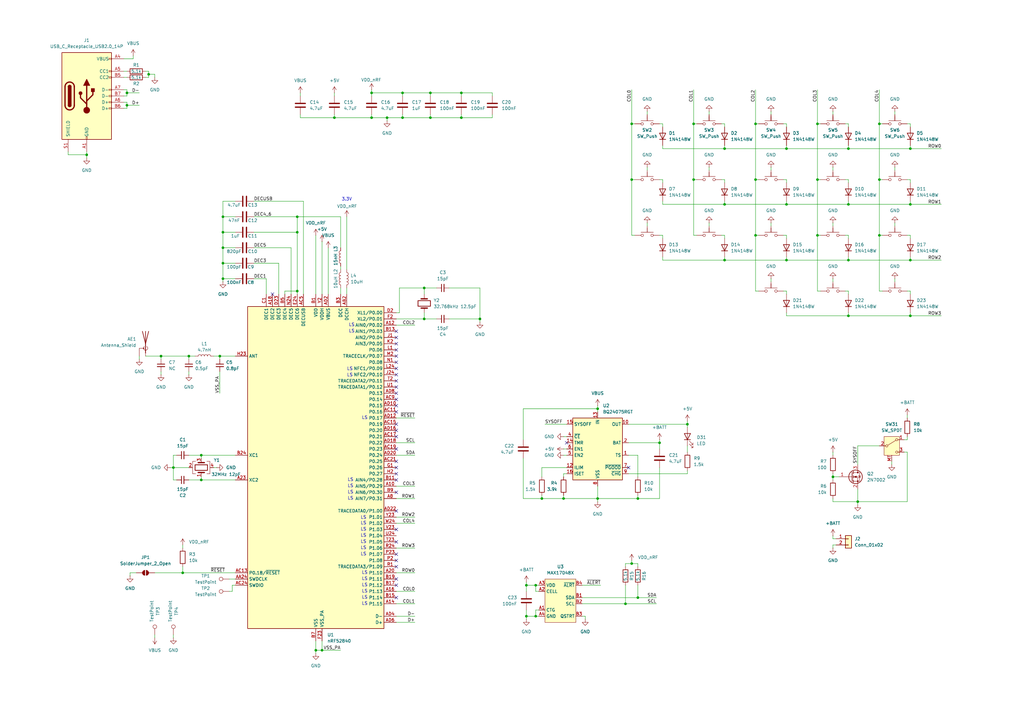
<source format=kicad_sch>
(kicad_sch (version 20250114) (generator "eeschema") (generator_version "9.0")
  (paper "A3")
  (title_block (title "Leptosis") (date "2025-07-05") (rev "v1.1") (company "Chengyin Yao (cheyao)") (comment 1 "A PG1316 split keyboard") (comment 2 "Right Half") (comment 3 "Solderpad License"))
  (text "LS" (at 143.764 204.47 0) (effects (font (size 1.27 1.27))))
  (text "LS" (at 149.098 214.63 0) (effects (font (size 1.27 1.27))))
  (text "LS" (at 144.272 133.35 0) (effects (font (size 1.27 1.27))))
  (text "LS" (at 149.606 247.65 0) (effects (font (size 1.27 1.27))))
  (text "LS" (at 143.764 199.39 0) (effects (font (size 1.27 1.27))))
  (text "LS" (at 149.606 245.11 0) (effects (font (size 1.27 1.27))))
  (text "LS" (at 149.098 219.71 0) (effects (font (size 1.27 1.27))))
  (text "LS" (at 143.51 151.384 0) (effects (font (size 1.27 1.27))))
  (text "LS" (at 143.764 201.93 0) (effects (font (size 1.27 1.27))))
  (text "LS" (at 144.272 135.89 0) (effects (font (size 1.27 1.27))))
  (text "LS" (at 143.51 153.924 0) (effects (font (size 1.27 1.27))))
  (text "LS" (at 149.606 242.57 0) (effects (font (size 1.27 1.27))))
  (text "LS" (at 149.098 224.79 0) (effects (font (size 1.27 1.27))))
  (text "3.3V" (at 142.24 81.788 0) (effects (font (size 1.27 1.27))))
  (text "LS" (at 149.098 227.33 0) (effects (font (size 1.27 1.27))))
  (text "LS" (at 149.606 237.49 0) (effects (font (size 1.27 1.27))))
  (text "LS" (at 143.764 196.85 0) (effects (font (size 1.27 1.27))))
  (text "LS" (at 149.606 171.45 0) (effects (font (size 1.27 1.27))))
  (text "LS" (at 149.606 234.95 0) (effects (font (size 1.27 1.27))))
  (text "LS" (at 149.606 240.03 0) (effects (font (size 1.27 1.27))))
  (text "LS" (at 149.098 217.17 0) (effects (font (size 1.27 1.27))))
  (text "LS" (at 149.098 222.25 0) (effects (font (size 1.27 1.27))))
  (text "LS" (at 149.098 212.344 0) (effects (font (size 1.27 1.27))))
  (junction (at 121.92 95.25))
  (junction (at 152.4 48.26))
  (junction (at 165.1 38.1))
  (junction (at 137.16 48.26))
  (junction (at 90.17 146.05))
  (junction (at 256.54 247.65))
  (junction (at 219.71 252.73))
  (junction (at 261.62 245.11))
  (junction (at 297.18 83.82))
  (junction (at 297.18 60.96))
  (junction (at 322.58 60.96))
  (junction (at 82.55 186.69))
  (junction (at 215.9 252.73))
  (junction (at 351.79 205.74))
  (junction (at 215.9 240.03))
  (junction (at 261.62 204.47))
  (junction (at 231.14 204.47))
  (junction (at 347.98 129.54))
  (junction (at 35.56 63.5))
  (junction (at 52.07 43.18))
  (junction (at 132.08 266.7))
  (junction (at 91.44 95.25))
  (junction (at 347.98 60.96))
  (junction (at 176.53 48.26))
  (junction (at 309.88 96.52))
  (junction (at 77.47 146.05))
  (junction (at 173.99 118.11))
  (junction (at 347.98 106.68))
  (junction (at 347.98 83.82))
  (junction (at 196.85 130.81))
  (junction (at 152.4 38.1))
  (junction (at 373.38 83.82))
  (junction (at 74.93 234.95))
  (junction (at 335.28 96.52))
  (junction (at 189.23 48.26))
  (junction (at 259.08 231.14))
  (junction (at 270.51 181.61))
  (junction (at 91.44 101.6))
  (junction (at 259.08 50.8))
  (junction (at 309.88 73.66))
  (junction (at 360.68 73.66))
  (junction (at 245.11 167.64))
  (junction (at 222.25 204.47))
  (junction (at 121.92 88.9))
  (junction (at 373.38 129.54))
  (junction (at 158.75 48.26))
  (junction (at 176.53 38.1))
  (junction (at 284.48 50.8))
  (junction (at 322.58 106.68))
  (junction (at 335.28 73.66))
  (junction (at 373.38 60.96))
  (junction (at 284.48 73.66))
  (junction (at 373.38 106.68))
  (junction (at 341.63 195.58))
  (junction (at 322.58 83.82))
  (junction (at 91.44 114.3))
  (junction (at 297.18 106.68))
  (junction (at 219.71 240.03))
  (junction (at 360.68 96.52))
  (junction (at 66.04 146.05))
  (junction (at 91.44 107.95))
  (junction (at 60.96 30.48))
  (junction (at 52.07 38.1))
  (junction (at 259.08 73.66))
  (junction (at 360.68 50.8))
  (junction (at 165.1 48.26))
  (junction (at 309.88 50.8))
  (junction (at 245.11 204.47))
  (junction (at 71.12 191.77))
  (junction (at 129.54 266.7))
  (junction (at 335.28 50.8))
  (junction (at 91.44 88.9))
  (junction (at 121.92 119.38))
  (junction (at 82.55 196.85))
  (junction (at 281.94 173.99))
  (junction (at 189.23 38.1))
  (junction (at 173.99 130.81))
  (no_connect (at 162.56 201.93))
  (no_connect (at 162.56 140.97))
  (no_connect (at 162.56 191.77))
  (no_connect (at 257.81 191.77))
  (no_connect (at 111.76 120.65))
  (no_connect (at 162.56 166.37))
  (no_connect (at 162.56 156.21))
  (no_connect (at 162.56 153.67))
  (no_connect (at 162.56 135.89))
  (no_connect (at 162.56 176.53))
  (no_connect (at 162.56 173.99))
  (no_connect (at 162.56 237.49))
  (no_connect (at 162.56 158.75))
  (no_connect (at 162.56 163.83))
  (no_connect (at 162.56 232.41))
  (no_connect (at 162.56 245.11))
  (no_connect (at 162.56 217.17))
  (no_connect (at 162.56 146.05))
  (no_connect (at 162.56 151.13))
  (no_connect (at 162.56 196.85))
  (no_connect (at 162.56 222.25))
  (no_connect (at 162.56 240.03))
  (no_connect (at 232.41 181.61))
  (no_connect (at 162.56 161.29))
  (no_connect (at 162.56 189.23))
  (no_connect (at 162.56 168.91))
  (no_connect (at 162.56 227.33))
  (no_connect (at 162.56 194.31))
  (no_connect (at 162.56 184.15))
  (no_connect (at 162.56 229.87))
  (no_connect (at 162.56 209.55))
  (no_connect (at 162.56 143.51))
  (no_connect (at 162.56 148.59))
  (no_connect (at 162.56 179.07))
  (no_connect (at 162.56 138.43))
  (wire (pts (xy 215.9 250.19) (xy 215.9 252.73)))
  (wire (pts (xy 162.56 204.47) (xy 170.18 204.47)))
  (wire (pts (xy 271.78 73.66) (xy 270.51 73.66)))
  (wire (pts (xy 284.48 96.52) (xy 285.75 96.52)))
  (wire (pts (xy 91.44 114.3) (xy 91.44 115.57)))
  (wire (pts (xy 322.58 129.54) (xy 347.98 129.54)))
  (wire (pts (xy 162.56 181.61) (xy 170.18 181.61)))
  (wire (pts (xy 139.7 266.7) (xy 132.08 266.7)))
  (wire (pts (xy 231.14 186.69) (xy 232.41 186.69)))
  (wire (pts (xy 373.38 83.82) (xy 386.08 83.82)))
  (wire (pts (xy 309.88 96.52) (xy 309.88 119.38)))
  (wire (pts (xy 82.55 196.85) (xy 82.55 195.58)))
  (wire (pts (xy 152.4 48.26) (xy 137.16 48.26)))
  (wire (pts (xy 341.63 68.58) (xy 341.63 69.85)))
  (wire (pts (xy 322.58 120.65) (xy 322.58 119.38)))
  (wire (pts (xy 201.93 48.26) (xy 189.23 48.26)))
  (wire (pts (xy 121.92 95.25) (xy 121.92 119.38)))
  (wire (pts (xy 176.53 46.99) (xy 176.53 48.26)))
  (wire (pts (xy 222.25 204.47) (xy 231.14 204.47)))
  (wire (pts (xy 245.11 167.64) (xy 245.11 168.91)))
  (wire (pts (xy 360.68 50.8) (xy 360.68 73.66)))
  (wire (pts (xy 163.83 118.11) (xy 173.99 118.11)))
  (wire (pts (xy 91.44 107.95) (xy 91.44 114.3)))
  (wire (pts (xy 261.62 245.11) (xy 269.24 245.11)))
  (wire (pts (xy 309.88 36.83) (xy 309.88 50.8)))
  (wire (pts (xy 341.63 91.44) (xy 341.63 92.71)))
  (wire (pts (xy 341.63 205.74) (xy 341.63 204.47)))
  (wire (pts (xy 87.63 146.05) (xy 90.17 146.05)))
  (wire (pts (xy 71.12 191.77) (xy 77.47 191.77)))
  (wire (pts (xy 373.38 74.93) (xy 373.38 73.66)))
  (wire (pts (xy 335.28 50.8) (xy 335.28 73.66)))
  (wire (pts (xy 341.63 195.58) (xy 344.17 195.58)))
  (wire (pts (xy 104.14 107.95) (xy 114.3 107.95)))
  (wire (pts (xy 162.56 214.63) (xy 170.18 214.63)))
  (wire (pts (xy 347.98 106.68) (xy 373.38 106.68)))
  (wire (pts (xy 322.58 52.07) (xy 322.58 50.8)))
  (wire (pts (xy 238.76 247.65) (xy 256.54 247.65)))
  (wire (pts (xy 259.08 73.66) (xy 259.08 96.52)))
  (wire (pts (xy 347.98 50.8) (xy 346.71 50.8)))
  (wire (pts (xy 271.78 83.82) (xy 271.78 82.55)))
  (wire (pts (xy 271.78 106.68) (xy 271.78 105.41)))
  (wire (pts (xy 265.43 91.44) (xy 265.43 92.71)))
  (wire (pts (xy 158.75 48.26) (xy 152.4 48.26)))
  (wire (pts (xy 297.18 83.82) (xy 297.18 82.55)))
  (wire (pts (xy 201.93 38.1) (xy 201.93 39.37)))
  (wire (pts (xy 367.03 91.44) (xy 367.03 92.71)))
  (wire (pts (xy 74.93 223.52) (xy 74.93 224.79)))
  (wire (pts (xy 142.24 110.49) (xy 142.24 88.9)))
  (wire (pts (xy 335.28 119.38) (xy 336.55 119.38)))
  (wire (pts (xy 297.18 60.96) (xy 297.18 59.69)))
  (wire (pts (xy 77.47 146.05) (xy 66.04 146.05)))
  (wire (pts (xy 176.53 48.26) (xy 165.1 48.26)))
  (wire (pts (xy 341.63 224.79) (xy 341.63 223.52)))
  (wire (pts (xy 173.99 130.81) (xy 179.07 130.81)))
  (wire (pts (xy 261.62 186.69) (xy 261.62 195.58)))
  (wire (pts (xy 245.11 166.37) (xy 245.11 167.64)))
  (wire (pts (xy 322.58 83.82) (xy 322.58 82.55)))
  (wire (pts (xy 139.7 88.9) (xy 121.92 88.9)))
  (wire (pts (xy 367.03 68.58) (xy 367.03 69.85)))
  (wire (pts (xy 335.28 73.66) (xy 336.55 73.66)))
  (wire (pts (xy 219.71 252.73) (xy 220.98 252.73)))
  (wire (pts (xy 284.48 36.83) (xy 284.48 50.8)))
  (wire (pts (xy 271.78 96.52) (xy 270.51 96.52)))
  (wire (pts (xy 347.98 106.68) (xy 347.98 105.41)))
  (wire (pts (xy 215.9 240.03) (xy 215.9 242.57)))
  (wire (pts (xy 347.98 52.07) (xy 347.98 50.8)))
  (wire (pts (xy 281.94 182.88) (xy 281.94 185.42)))
  (wire (pts (xy 347.98 120.65) (xy 347.98 119.38)))
  (wire (pts (xy 60.96 29.21) (xy 60.96 30.48)))
  (wire (pts (xy 50.8 39.37) (xy 52.07 39.37)))
  (wire (pts (xy 256.54 247.65) (xy 269.24 247.65)))
  (wire (pts (xy 69.85 191.77) (xy 71.12 191.77)))
  (wire (pts (xy 53.34 234.95) (xy 55.88 234.95)))
  (wire (pts (xy 96.52 146.05) (xy 90.17 146.05)))
  (wire (pts (xy 162.56 128.27) (xy 163.83 128.27)))
  (wire (pts (xy 284.48 73.66) (xy 284.48 96.52)))
  (wire (pts (xy 238.76 245.11) (xy 261.62 245.11)))
  (wire (pts (xy 124.46 82.55) (xy 124.46 120.65)))
  (wire (pts (xy 219.71 242.57) (xy 219.71 240.03)))
  (wire (pts (xy 60.96 31.75) (xy 59.69 31.75)))
  (wire (pts (xy 52.07 44.45) (xy 50.8 44.45)))
  (wire (pts (xy 373.38 60.96) (xy 386.08 60.96)))
  (wire (pts (xy 238.76 240.03) (xy 246.38 240.03)))
  (wire (pts (xy 52.07 38.1) (xy 52.07 36.83)))
  (wire (pts (xy 220.98 242.57) (xy 219.71 242.57)))
  (wire (pts (xy 257.81 186.69) (xy 261.62 186.69)))
  (wire (pts (xy 165.1 46.99) (xy 165.1 48.26)))
  (wire (pts (xy 284.48 50.8) (xy 284.48 73.66)))
  (wire (pts (xy 66.04 146.05) (xy 66.04 147.32)))
  (wire (pts (xy 139.7 109.22) (xy 139.7 110.49)))
  (wire (pts (xy 165.1 48.26) (xy 158.75 48.26)))
  (wire (pts (xy 231.14 203.2) (xy 231.14 204.47)))
  (wire (pts (xy 162.56 224.79) (xy 170.18 224.79)))
  (wire (pts (xy 74.93 234.95) (xy 96.52 234.95)))
  (wire (pts (xy 281.94 173.99) (xy 281.94 175.26)))
  (wire (pts (xy 372.11 205.74) (xy 351.79 205.74)))
  (wire (pts (xy 261.62 240.03) (xy 261.62 245.11)))
  (wire (pts (xy 162.56 234.95) (xy 170.18 234.95)))
  (wire (pts (xy 347.98 73.66) (xy 346.71 73.66)))
  (wire (pts (xy 63.5 234.95) (xy 74.93 234.95)))
  (wire (pts (xy 322.58 74.93) (xy 322.58 73.66)))
  (wire (pts (xy 104.14 88.9) (xy 121.92 88.9)))
  (wire (pts (xy 35.56 62.23) (xy 35.56 63.5)))
  (wire (pts (xy 372.11 180.34) (xy 370.84 180.34)))
  (wire (pts (xy 297.18 73.66) (xy 295.91 73.66)))
  (wire (pts (xy 335.28 50.8) (xy 336.55 50.8)))
  (wire (pts (xy 341.63 45.72) (xy 341.63 46.99)))
  (wire (pts (xy 259.08 231.14) (xy 256.54 231.14)))
  (wire (pts (xy 196.85 130.81) (xy 196.85 132.08)))
  (wire (pts (xy 63.5 31.75) (xy 63.5 30.48)))
  (wire (pts (xy 116.84 119.38) (xy 116.84 120.65)))
  (wire (pts (xy 231.14 194.31) (xy 231.14 195.58)))
  (wire (pts (xy 104.14 114.3) (xy 109.22 114.3)))
  (wire (pts (xy 360.68 73.66) (xy 360.68 96.52)))
  (wire (pts (xy 50.8 31.75) (xy 52.07 31.75)))
  (wire (pts (xy 162.56 255.27) (xy 170.18 255.27)))
  (wire (pts (xy 297.18 106.68) (xy 297.18 105.41)))
  (wire (pts (xy 309.88 50.8) (xy 311.15 50.8)))
  (wire (pts (xy 373.38 73.66) (xy 372.11 73.66)))
  (wire (pts (xy 245.11 167.64) (xy 214.63 167.64)))
  (wire (pts (xy 219.71 240.03) (xy 215.9 240.03)))
  (wire (pts (xy 119.38 101.6) (xy 119.38 120.65)))
  (wire (pts (xy 158.75 48.26) (xy 158.75 49.53)))
  (wire (pts (xy 104.14 95.25) (xy 121.92 95.25)))
  (wire (pts (xy 91.44 114.3) (xy 96.52 114.3)))
  (wire (pts (xy 219.71 250.19) (xy 219.71 252.73)))
  (wire (pts (xy 316.23 45.72) (xy 316.23 46.99)))
  (wire (pts (xy 322.58 60.96) (xy 322.58 59.69)))
  (wire (pts (xy 77.47 196.85) (xy 82.55 196.85)))
  (wire (pts (xy 137.16 48.26) (xy 137.16 46.99)))
  (wire (pts (xy 347.98 74.93) (xy 347.98 73.66)))
  (wire (pts (xy 139.7 118.11) (xy 139.7 120.65)))
  (wire (pts (xy 271.78 60.96) (xy 271.78 59.69)))
  (wire (pts (xy 347.98 83.82) (xy 373.38 83.82)))
  (wire (pts (xy 222.25 204.47) (xy 222.25 203.2)))
  (wire (pts (xy 335.28 36.83) (xy 335.28 50.8)))
  (wire (pts (xy 351.79 182.88) (xy 360.68 182.88)))
  (wire (pts (xy 52.07 41.91) (xy 52.07 43.18)))
  (wire (pts (xy 129.54 262.89) (xy 129.54 266.7)))
  (wire (pts (xy 281.94 173.99) (xy 257.81 173.99)))
  (wire (pts (xy 201.93 46.99) (xy 201.93 48.26)))
  (wire (pts (xy 341.63 185.42) (xy 341.63 186.69)))
  (wire (pts (xy 129.54 266.7) (xy 132.08 266.7)))
  (wire (pts (xy 360.68 96.52) (xy 361.95 96.52)))
  (wire (pts (xy 373.38 106.68) (xy 386.08 106.68)))
  (wire (pts (xy 129.54 96.52) (xy 129.54 120.65)))
  (wire (pts (xy 231.14 179.07) (xy 232.41 179.07)))
  (wire (pts (xy 173.99 118.11) (xy 173.99 120.65)))
  (wire (pts (xy 121.92 119.38) (xy 116.84 119.38)))
  (wire (pts (xy 60.96 30.48) (xy 63.5 30.48)))
  (wire (pts (xy 316.23 114.3) (xy 316.23 115.57)))
  (wire (pts (xy 281.94 194.31) (xy 257.81 194.31)))
  (wire (pts (xy 245.11 199.39) (xy 245.11 204.47)))
  (wire (pts (xy 341.63 220.98) (xy 341.63 219.71)))
  (wire (pts (xy 77.47 186.69) (xy 82.55 186.69)))
  (wire (pts (xy 222.25 195.58) (xy 222.25 191.77)))
  (wire (pts (xy 162.56 171.45) (xy 170.18 171.45)))
  (wire (pts (xy 347.98 60.96) (xy 347.98 59.69)))
  (wire (pts (xy 309.88 73.66) (xy 311.15 73.66)))
  (wire (pts (xy 96.52 88.9) (xy 91.44 88.9)))
  (wire (pts (xy 341.63 114.3) (xy 341.63 115.57)))
  (wire (pts (xy 231.14 184.15) (xy 232.41 184.15)))
  (wire (pts (xy 373.38 129.54) (xy 373.38 128.27)))
  (wire (pts (xy 184.15 130.81) (xy 196.85 130.81)))
  (wire (pts (xy 373.38 60.96) (xy 373.38 59.69)))
  (wire (pts (xy 322.58 119.38) (xy 321.31 119.38)))
  (wire (pts (xy 335.28 96.52) (xy 336.55 96.52)))
  (wire (pts (xy 214.63 167.64) (xy 214.63 180.34)))
  (wire (pts (xy 222.25 191.77) (xy 232.41 191.77)))
  (wire (pts (xy 309.88 73.66) (xy 309.88 96.52)))
  (wire (pts (xy 351.79 205.74) (xy 351.79 207.01)))
  (wire (pts (xy 372.11 185.42) (xy 370.84 185.42)))
  (wire (pts (xy 63.5 260.35) (xy 63.5 261.62)))
  (wire (pts (xy 360.68 50.8) (xy 361.95 50.8)))
  (wire (pts (xy 297.18 83.82) (xy 322.58 83.82)))
  (wire (pts (xy 271.78 83.82) (xy 297.18 83.82)))
  (wire (pts (xy 137.16 38.1) (xy 137.16 39.37)))
  (wire (pts (xy 123.19 38.1) (xy 123.19 39.37)))
  (wire (pts (xy 163.83 128.27) (xy 163.83 118.11)))
  (wire (pts (xy 27.94 63.5) (xy 27.94 62.23)))
  (wire (pts (xy 170.18 242.57) (xy 162.56 242.57)))
  (wire (pts (xy 71.12 186.69) (xy 71.12 191.77)))
  (wire (pts (xy 347.98 97.79) (xy 347.98 96.52)))
  (wire (pts (xy 184.15 118.11) (xy 196.85 118.11)))
  (wire (pts (xy 114.3 107.95) (xy 114.3 120.65)))
  (wire (pts (xy 259.08 73.66) (xy 260.35 73.66)))
  (wire (pts (xy 82.55 186.69) (xy 96.52 186.69)))
  (wire (pts (xy 66.04 152.4) (xy 66.04 153.67)))
  (wire (pts (xy 196.85 118.11) (xy 196.85 130.81)))
  (wire (pts (xy 347.98 96.52) (xy 346.71 96.52)))
  (wire (pts (xy 261.62 204.47) (xy 261.62 203.2)))
  (wire (pts (xy 215.9 252.73) (xy 215.9 254)))
  (wire (pts (xy 109.22 114.3) (xy 109.22 120.65)))
  (wire (pts (xy 265.43 68.58) (xy 265.43 69.85)))
  (wire (pts (xy 367.03 114.3) (xy 367.03 115.57)))
  (wire (pts (xy 270.51 180.34) (xy 270.51 181.61)))
  (wire (pts (xy 347.98 60.96) (xy 373.38 60.96)))
  (wire (pts (xy 335.28 96.52) (xy 335.28 119.38)))
  (wire (pts (xy 322.58 50.8) (xy 321.31 50.8)))
  (wire (pts (xy 297.18 52.07) (xy 297.18 50.8)))
  (wire (pts (xy 373.38 129.54) (xy 386.08 129.54)))
  (wire (pts (xy 121.92 88.9) (xy 121.92 95.25)))
  (wire (pts (xy 152.4 38.1) (xy 152.4 39.37)))
  (wire (pts (xy 189.23 46.99) (xy 189.23 48.26)))
  (wire (pts (xy 121.92 120.65) (xy 121.92 119.38)))
  (wire (pts (xy 90.17 146.05) (xy 90.17 147.32)))
  (wire (pts (xy 316.23 68.58) (xy 316.23 69.85)))
  (wire (pts (xy 54.61 24.13) (xy 50.8 24.13)))
  (wire (pts (xy 240.03 252.73) (xy 238.76 252.73)))
  (wire (pts (xy 52.07 43.18) (xy 57.15 43.18)))
  (wire (pts (xy 297.18 74.93) (xy 297.18 73.66)))
  (wire (pts (xy 245.11 204.47) (xy 261.62 204.47)))
  (wire (pts (xy 189.23 38.1) (xy 189.23 39.37)))
  (wire (pts (xy 35.56 63.5) (xy 35.56 64.77)))
  (wire (pts (xy 91.44 101.6) (xy 91.44 107.95)))
  (wire (pts (xy 95.25 242.57) (xy 93.98 242.57)))
  (wire (pts (xy 271.78 106.68) (xy 297.18 106.68)))
  (wire (pts (xy 173.99 130.81) (xy 173.99 128.27)))
  (wire (pts (xy 281.94 193.04) (xy 281.94 194.31)))
  (wire (pts (xy 309.88 119.38) (xy 311.15 119.38)))
  (wire (pts (xy 256.54 231.14) (xy 256.54 232.41)))
  (wire (pts (xy 162.56 252.73) (xy 170.18 252.73)))
  (wire (pts (xy 373.38 96.52) (xy 372.11 96.52)))
  (wire (pts (xy 271.78 97.79) (xy 271.78 96.52)))
  (wire (pts (xy 232.41 194.31) (xy 231.14 194.31)))
  (wire (pts (xy 59.69 29.21) (xy 60.96 29.21)))
  (wire (pts (xy 93.98 237.49) (xy 96.52 237.49)))
  (wire (pts (xy 57.15 146.05) (xy 57.15 147.32)))
  (wire (pts (xy 72.39 196.85) (xy 71.12 196.85)))
  (wire (pts (xy 347.98 83.82) (xy 347.98 82.55)))
  (wire (pts (xy 54.61 22.86) (xy 54.61 24.13)))
  (wire (pts (xy 90.17 152.4) (xy 90.17 161.29)))
  (wire (pts (xy 137.16 48.26) (xy 123.19 48.26)))
  (wire (pts (xy 96.52 196.85) (xy 82.55 196.85)))
  (wire (pts (xy 284.48 50.8) (xy 285.75 50.8)))
  (wire (pts (xy 316.23 91.44) (xy 316.23 92.71)))
  (wire (pts (xy 52.07 43.18) (xy 52.07 44.45)))
  (wire (pts (xy 351.79 200.66) (xy 351.79 205.74)))
  (wire (pts (xy 82.55 187.96) (xy 82.55 186.69)))
  (wire (pts (xy 341.63 196.85) (xy 341.63 195.58)))
  (wire (pts (xy 322.58 96.52) (xy 321.31 96.52)))
  (wire (pts (xy 91.44 82.55) (xy 91.44 88.9)))
  (wire (pts (xy 257.81 181.61) (xy 270.51 181.61)))
  (wire (pts (xy 245.11 204.47) (xy 245.11 205.74)))
  (wire (pts (xy 80.01 146.05) (xy 77.47 146.05)))
  (wire (pts (xy 284.48 73.66) (xy 285.75 73.66)))
  (wire (pts (xy 271.78 74.93) (xy 271.78 73.66)))
  (wire (pts (xy 96.52 82.55) (xy 91.44 82.55)))
  (wire (pts (xy 259.08 231.14) (xy 261.62 231.14)))
  (wire (pts (xy 91.44 95.25) (xy 91.44 101.6)))
  (wire (pts (xy 351.79 182.88) (xy 351.79 190.5)))
  (wire (pts (xy 271.78 52.07) (xy 271.78 50.8)))
  (wire (pts (xy 52.07 39.37) (xy 52.07 38.1)))
  (wire (pts (xy 367.03 45.72) (xy 367.03 46.99)))
  (wire (pts (xy 259.08 36.83) (xy 259.08 50.8)))
  (wire (pts (xy 335.28 73.66) (xy 335.28 96.52)))
  (wire (pts (xy 165.1 38.1) (xy 176.53 38.1)))
  (wire (pts (xy 170.18 247.65) (xy 162.56 247.65)))
  (wire (pts (xy 91.44 101.6) (xy 96.52 101.6)))
  (wire (pts (xy 132.08 99.06) (xy 132.08 120.65)))
  (wire (pts (xy 365.76 189.23) (xy 365.76 190.5)))
  (wire (pts (xy 132.08 262.89) (xy 132.08 266.7)))
  (wire (pts (xy 290.83 91.44) (xy 290.83 92.71)))
  (wire (pts (xy 91.44 95.25) (xy 96.52 95.25)))
  (wire (pts (xy 373.38 97.79) (xy 373.38 96.52)))
  (wire (pts (xy 341.63 194.31) (xy 341.63 195.58)))
  (wire (pts (xy 322.58 129.54) (xy 322.58 128.27)))
  (wire (pts (xy 290.83 68.58) (xy 290.83 69.85)))
  (wire (pts (xy 322.58 97.79) (xy 322.58 96.52)))
  (wire (pts (xy 309.88 96.52) (xy 311.15 96.52)))
  (wire (pts (xy 215.9 238.76) (xy 215.9 240.03)))
  (wire (pts (xy 373.38 52.07) (xy 373.38 50.8)))
  (wire (pts (xy 297.18 97.79) (xy 297.18 96.52)))
  (wire (pts (xy 290.83 45.72) (xy 290.83 46.99)))
  (wire (pts (xy 271.78 50.8) (xy 270.51 50.8)))
  (wire (pts (xy 87.63 191.77) (xy 88.9 191.77)))
  (wire (pts (xy 270.51 181.61) (xy 270.51 184.15)))
  (wire (pts (xy 322.58 106.68) (xy 347.98 106.68)))
  (wire (pts (xy 219.71 240.03) (xy 220.98 240.03)))
  (wire (pts (xy 95.25 242.57) (xy 95.25 240.03)))
  (wire (pts (xy 35.56 63.5) (xy 27.94 63.5)))
  (wire (pts (xy 256.54 240.03) (xy 256.54 247.65)))
  (wire (pts (xy 77.47 146.05) (xy 77.47 147.32)))
  (wire (pts (xy 347.98 119.38) (xy 346.71 119.38)))
  (wire (pts (xy 347.98 129.54) (xy 347.98 128.27)))
  (wire (pts (xy 347.98 129.54) (xy 373.38 129.54)))
  (wire (pts (xy 142.24 118.11) (xy 142.24 120.65)))
  (wire (pts (xy 322.58 83.82) (xy 347.98 83.82)))
  (wire (pts (xy 189.23 48.26) (xy 176.53 48.26)))
  (wire (pts (xy 360.68 119.38) (xy 361.95 119.38)))
  (wire (pts (xy 231.14 204.47) (xy 245.11 204.47)))
  (wire (pts (xy 50.8 41.91) (xy 52.07 41.91)))
  (wire (pts (xy 259.08 50.8) (xy 259.08 73.66)))
  (wire (pts (xy 91.44 107.95) (xy 96.52 107.95)))
  (wire (pts (xy 360.68 36.83) (xy 360.68 50.8)))
  (wire (pts (xy 240.03 254) (xy 240.03 252.73)))
  (wire (pts (xy 373.38 106.68) (xy 373.38 105.41)))
  (wire (pts (xy 373.38 120.65) (xy 373.38 119.38)))
  (wire (pts (xy 170.18 199.39) (xy 162.56 199.39)))
  (wire (pts (xy 373.38 119.38) (xy 372.11 119.38)))
  (wire (pts (xy 271.78 60.96) (xy 297.18 60.96)))
  (wire (pts (xy 281.94 172.72) (xy 281.94 173.99)))
  (wire (pts (xy 139.7 101.6) (xy 139.7 88.9)))
  (wire (pts (xy 372.11 170.18) (xy 372.11 171.45)))
  (wire (pts (xy 322.58 60.96) (xy 347.98 60.96)))
  (wire (pts (xy 341.63 223.52) (xy 342.9 223.52)))
  (wire (pts (xy 360.68 96.52) (xy 360.68 119.38)))
  (wire (pts (xy 297.18 60.96) (xy 322.58 60.96)))
  (wire (pts (xy 71.12 196.85) (xy 71.12 191.77)))
  (wire (pts (xy 104.14 101.6) (xy 119.38 101.6)))
  (wire (pts (xy 72.39 186.69) (xy 71.12 186.69)))
  (wire (pts (xy 297.18 106.68) (xy 322.58 106.68)))
  (wire (pts (xy 342.9 220.98) (xy 341.63 220.98)))
  (wire (pts (xy 173.99 118.11) (xy 179.07 118.11)))
  (wire (pts (xy 297.18 96.52) (xy 295.91 96.52)))
  (wire (pts (xy 165.1 38.1) (xy 165.1 39.37)))
  (wire (pts (xy 373.38 50.8) (xy 372.11 50.8)))
  (wire (pts (xy 189.23 38.1) (xy 201.93 38.1)))
  (wire (pts (xy 219.71 250.19) (xy 220.98 250.19)))
  (wire (pts (xy 360.68 73.66) (xy 361.95 73.66)))
  (wire (pts (xy 176.53 38.1) (xy 189.23 38.1)))
  (wire (pts (xy 259.08 229.87) (xy 259.08 231.14)))
  (wire (pts (xy 170.18 133.35) (xy 162.56 133.35)))
  (wire (pts (xy 104.14 82.55) (xy 124.46 82.55)))
  (wire (pts (xy 60.96 30.48) (xy 60.96 31.75)))
  (wire (pts (xy 95.25 240.03) (xy 96.52 240.03)))
  (wire (pts (xy 52.07 36.83) (xy 50.8 36.83)))
  (wire (pts (xy 170.18 212.09) (xy 162.56 212.09)))
  (wire (pts (xy 162.56 130.81) (xy 173.99 130.81)))
  (wire (pts (xy 265.43 45.72) (xy 265.43 46.99)))
  (wire (pts (xy 214.63 204.47) (xy 222.25 204.47)))
  (wire (pts (xy 71.12 260.35) (xy 71.12 261.62)))
  (wire (pts (xy 152.4 36.83) (xy 152.4 38.1)))
  (wire (pts (xy 270.51 204.47) (xy 261.62 204.47)))
  (wire (pts (xy 162.56 186.69) (xy 170.18 186.69)))
  (wire (pts (xy 309.88 50.8) (xy 309.88 73.66)))
  (wire (pts (xy 373.38 83.82) (xy 373.38 82.55)))
  (wire (pts (xy 123.19 48.26) (xy 123.19 46.99)))
  (wire (pts (xy 259.08 50.8) (xy 260.35 50.8)))
  (wire (pts (xy 372.11 179.07) (xy 372.11 180.34)))
  (wire (pts (xy 261.62 231.14) (xy 261.62 232.41)))
  (wire (pts (xy 214.63 187.96) (xy 214.63 204.47)))
  (wire (pts (xy 322.58 73.66) (xy 321.31 73.66)))
  (wire (pts (xy 270.51 191.77) (xy 270.51 204.47)))
  (wire (pts (xy 57.15 38.1) (xy 52.07 38.1)))
  (wire (pts (xy 50.8 29.21) (xy 52.07 29.21)))
  (wire (pts (xy 223.52 173.99) (xy 232.41 173.99)))
  (wire (pts (xy 134.62 101.6) (xy 134.62 120.65)))
  (wire (pts (xy 372.11 185.42) (xy 372.11 205.74)))
  (wire (pts (xy 91.44 88.9) (xy 91.44 95.25)))
  (wire (pts (xy 176.53 38.1) (xy 176.53 39.37)))
  (wire (pts (xy 152.4 38.1) (xy 165.1 38.1)))
  (wire (pts (xy 322.58 106.68) (xy 322.58 105.41)))
  (wire (pts (xy 59.69 146.05) (xy 66.04 146.05)))
  (wire (pts (xy 297.18 50.8) (xy 295.91 50.8)))
  (wire (pts (xy 77.47 152.4) (xy 77.47 153.67)))
  (wire (pts (xy 152.4 48.26) (xy 152.4 46.99)))
  (wire (pts (xy 215.9 252.73) (xy 219.71 252.73)))
  (wire (pts (xy 53.34 236.22) (xy 53.34 234.95)))
  (wire (pts (xy 74.93 232.41) (xy 74.93 234.95)))
  (wire (pts (xy 351.79 205.74) (xy 341.63 205.74)))
  (wire (pts (xy 259.08 96.52) (xy 260.35 96.52)))
  (wire (pts (xy 129.54 267.97) (xy 129.54 266.7)))
  (label "~{ALERT}" (at 246.38 240.03 180))
  (label "ROW1" (at 170.18 204.47 180))
  (label "SDA" (at 170.18 186.69 180))
  (label "SCL" (at 269.24 247.65 180))
  (label "COL4" (at 170.18 214.63 180))
  (label "SYSOFF" (at 223.52 173.99 0))
  (label "COL2" (at 170.18 133.35 180))
  (label "COL3" (at 170.18 199.39 180))
  (label "COL0" (at 259.08 36.83 270))
  (label "VSS_PA" (at 139.7 266.7 180))
  (label "SYSOFF" (at 351.79 182.88 270))
  (label "ROW0" (at 386.08 60.96 180))
  (label "SDA" (at 269.24 245.11 180))
  (label "ROW3" (at 386.08 129.54 180))
  (label "DEC5" (at 104.14 101.6 0))
  (label "COL2" (at 309.88 36.83 270))
  (label "D-" (at 170.18 252.73 180))
  (label "DEC4_6" (at 104.14 88.9 0))
  (label "D-" (at 57.15 38.1 180))
  (label "SCL" (at 170.18 181.61 180))
  (label "~{RESET}" (at 86.36 234.95 0))
  (label "VSS_PA" (at 90.17 161.29 90))
  (label "COL4" (at 360.68 36.83 270))
  (label "DECUSB" (at 104.14 82.55 0))
  (label "ROW1" (at 386.08 83.82 180))
  (label "DEC1" (at 104.14 114.3 0))
  (label "COL1" (at 170.18 247.65 180))
  (label "ROW0" (at 170.18 234.95 180))
  (label "D+" (at 170.18 255.27 180))
  (label "ROW2" (at 170.18 212.09 180))
  (label "DEC3" (at 104.14 107.95 0))
  (label "COL3" (at 335.28 36.83 270))
  (label "COL0" (at 170.18 242.57 180))
  (label "COL1" (at 284.48 36.83 270))
  (label "ROW3" (at 170.18 224.79 180))
  (label "~{RESET}" (at 170.18 171.45 180))
  (label "D+" (at 57.15 43.18 180))
  (label "ROW2" (at 386.08 106.68 180))
  (symbol (lib_id "Transistor_FET:2N7002") (at 349.25 195.58 0) (unit 1)
    (property "Reference" "Q2" (at 355.6 194.3099 0) (effects (justify left)))
    (property "Value" "2N7002" (at 355.6 196.8499 0) (effects (justify left)))
    (property "Footprint" "Package_TO_SOT_SMD:SOT-23" (effects (hide yes)))
    (property "Datasheet" "https://www.onsemi.com/pub/Collateral/NDS7002A-D.PDF" (effects (hide yes)))
    (property "Description" "0.115A Id, 60V Vds, N-Channel MOSFET, SOT-23" (effects (hide yes)))
    (property "LCSC Part #" "C8545" (effects (hide yes)))
  )
  (symbol (lib_id "power:+5V") (at 281.94 172.72 0) (unit 1)
    (property "Reference" "#PWR052" (effects (hide yes)))
    (property "Value" "+5V" (at 281.94 167.64 0))
    (property "Description" "Power symbol creates a global label with name \"+5V\"" (effects (hide yes)))
  )
  (symbol (lib_id "power:GND") (at 316.23 114.3 180) (unit 1)
    (property "Reference" "#PWR041" (effects (hide yes)))
    (property "Value" "GND" (at 316.23 109.22 0))
    (property "Description" "Power symbol creates a global label with name \"GND\" , ground" (effects (hide yes)))
  )
  (symbol (lib_id "Device:C_Small") (at 77.47 149.86 0) (unit 1)
    (property "Reference" "C6" (at 80.01 148.5962 0) (effects (justify left)))
    (property "Value" "0.5pF" (at 80.01 151.1362 0) (effects (justify left)))
    (property "Footprint" "Capacitor_SMD:C_0402_1005Metric" (effects (hide yes)))
    (property "Description" "Unpolarized capacitor, small symbol" (effects (hide yes)))
    (property "Notes" "Capacitor, NP0, ±5%" (effects (hide yes)))
    (property "LCSC Part #" "C76912" (effects (hide yes)))
  )
  (symbol (lib_id "leptosis-lib:VDD_nRF") (at 129.54 96.52 0) (unit 1)
    (property "Reference" "#PWR015" (effects (hide yes)))
    (property "Value" "VDD_nRF" (at 129.54 91.44 0))
    (property "Description" "Power symbol creates a global label with name \"VDD_nRF\"" (effects (hide yes)))
  )
  (symbol (lib_id "Device:L") (at 83.82 146.05 90) (unit 1)
    (property "Reference" "L1" (at 83.82 140.97 90))
    (property "Value" "4.7nH" (at 83.82 143.51 90))
    (property "Footprint" "Inductor_SMD:L_0402_1005Metric" (effects (hide yes)))
    (property "Description" "Inductor" (effects (hide yes)))
    (property "Notes" "High frequency chip inductor ±5%" (effects (hide yes)))
    (property "LCSC Part #" "C86065" (effects (hide yes)))
  )
  (symbol (lib_id "Device:L") (at 142.24 114.3 0) (mirror x) (unit 1)
    (property "Reference" "L4" (at 143.764 113.03 0) (effects (justify left)))
    (property "Value" "10uH" (at 143.764 115.57 0) (effects (justify left)))
    (property "Footprint" "Inductor_SMD:L_0603_1608Metric" (effects (hide yes)))
    (property "Description" "Inductor" (effects (hide yes)))
    (property "Notes" "Chip inductor, IDC, min = 80 mA, ±20%" (effects (hide yes)))
    (property "LCSC Part #" "C1035 " (effects (hide yes)))
  )
  (symbol (lib_id "power:VBUS") (at 63.5 261.62 180) (unit 1)
    (property "Reference" "#PWR069" (effects (hide yes)))
    (property "Value" "VBUS" (at 63.5 266.7 0))
    (property "Description" "Power symbol creates a global label with name \"VBUS\"" (effects (hide yes)))
  )
  (symbol (lib_id "leptosis-lib:SW_Push_MP") (at 367.03 119.38 0) (unit 1)
    (property "Reference" "SW24" (effects (hide yes)))
    (property "Value" "SW_Push" (effects (hide yes)))
    (property "Footprint" "PCM_marbastlib-xp-choc:SW_PG1316S" (effects (hide yes)))
    (property "Description" "Push button switch, generic, two pins, with mounting point" (effects (hide yes)))
  )
  (symbol (lib_id "Device:C") (at 189.23 43.18 0) (unit 1)
    (property "Reference" "C19" (at 193.04 41.9099 0) (effects (justify left)))
    (property "Value" "100nF" (at 193.04 44.4499 0) (effects (justify left)))
    (property "Footprint" "Capacitor_SMD:C_0402_1005Metric" (effects (hide yes)))
    (property "Description" "Unpolarized capacitor" (effects (hide yes)))
    (property "Notes" "Capacitor, X7R, ±10%" (effects (hide yes)))
    (property "LCSC Part #" "C1525 " (effects (hide yes)))
  )
  (symbol (lib_id "Connector_Generic:Conn_01x02") (at 347.98 220.98 0) (unit 1) (in_bom no)
    (property "Reference" "J2" (at 350.52 220.9799 0) (effects (justify left)))
    (property "Value" "Conn_01x02" (at 350.52 223.5199 0) (effects (justify left)))
    (property "Footprint" "Connector_PinSocket_2.54mm:PinSocket_1x02_P2.54mm_Vertical" (effects (hide yes)))
    (property "Description" "Generic connector, single row, 01x02, script generated (kicad-library-utils/schlib/autogen/connector/)" (effects (hide yes)))
  )
  (symbol (lib_id "power:GND") (at 367.03 91.44 180) (unit 1)
    (property "Reference" "#PWR037" (effects (hide yes)))
    (property "Value" "GND" (at 367.03 86.36 0))
    (property "Description" "Power symbol creates a global label with name \"GND\" , ground" (effects (hide yes)))
  )
  (symbol (lib_id "Device:C") (at 270.51 187.96 0) (unit 1)
    (property "Reference" "C21" (at 274.32 186.6899 0) (effects (justify left)))
    (property "Value" "4.7uF" (at 274.32 189.2299 0) (effects (justify left)))
    (property "Footprint" "Capacitor_SMD:C_0603_1608Metric" (effects (hide yes)))
    (property "Description" "Unpolarized capacitor" (effects (hide yes)))
    (property "LCSC Part #" "C19666 " (effects (hide yes)))
  )
  (symbol (lib_id "MCU_Nordic:nRF52840") (at 129.54 191.77 0) (unit 1)
    (property "Reference" "U1" (at 134.2233 260.35 0) (effects (justify left)))
    (property "Value" "nRF52840" (at 134.2233 262.89 0) (effects (justify left)))
    (property "Footprint" "Package_DFN_QFN:Nordic_AQFN-73-1EP_7x7mm_P0.5mm" (effects (hide yes)))
    (property "Datasheet" "http://infocenter.nordicsemi.com/topic/com.nordic.infocenter.nrf52/dita/nrf52/chips/nrf52840.html" (effects (hide yes)))
    (property "Description" "Multiprotocol BLE/ANT/2.4 GHz/802.15.4 Cortex-M4F SoC, AQFN-73" (effects (hide yes)))
    (property "LCSC Part #" "C190794" (effects (hide yes)))
  )
  (symbol (lib_id "Device:C") (at 215.9 246.38 0) (mirror y) (unit 1)
    (property "Reference" "C23" (at 212.09 245.1099 0) (effects (justify left)))
    (property "Value" "100nF" (at 212.09 247.6499 0) (effects (justify left)))
    (property "Footprint" "Capacitor_SMD:C_0402_1005Metric" (effects (hide yes)))
    (property "Description" "Unpolarized capacitor" (effects (hide yes)))
    (property "Notes" "Capacitor, X7R, ±10%" (effects (hide yes)))
    (property "LCSC Part #" "C1525 " (effects (hide yes)))
  )
  (symbol (lib_id "power:+5V") (at 137.16 38.1 0) (unit 1)
    (property "Reference" "#PWR017" (effects (hide yes)))
    (property "Value" "+5V" (at 137.16 33.02 0))
    (property "Description" "Power symbol creates a global label with name \"+5V\"" (effects (hide yes)))
  )
  (symbol (lib_id "power:+5V") (at 341.63 185.42 0) (unit 1)
    (property "Reference" "#PWR057" (effects (hide yes)))
    (property "Value" "+5V" (at 341.63 180.34 0))
    (property "Description" "Power symbol creates a global label with name \"+5V\"" (effects (hide yes)))
  )
  (symbol (lib_id "Diode:1N4148W") (at 373.38 124.46 90) (unit 1)
    (property "Reference" "D23" (at 375.92 123.1899 90) (effects (justify right)))
    (property "Value" "1N4148W" (at 375.92 125.7299 90) (effects (justify right)))
    (property "Footprint" "Diode_SMD:D_SOD-123" (effects (hide yes)))
    (property "Datasheet" "https://www.vishay.com/docs/85748/1n4148w.pdf" (effects (hide yes)))
    (property "Description" "75V 0.15A Fast Switching Diode, SOD-123" (effects (hide yes)))
    (property "Sim.Device" "D" (effects (hide yes)))
    (property "Sim.Pins" "1=K 2=A" (effects (hide yes)))
    (property "LCSC Part #" "C81598" (effects (hide yes)))
  )
  (symbol (lib_id "power:GND") (at 316.23 91.44 180) (unit 1)
    (property "Reference" "#PWR035" (effects (hide yes)))
    (property "Value" "GND" (at 316.23 86.36 0))
    (property "Description" "Power symbol creates a global label with name \"GND\" , ground" (effects (hide yes)))
  )
  (symbol (lib_id "Device:R") (at 55.88 29.21 90) (unit 1)
    (property "Reference" "R1" (at 55.88 26.67 90))
    (property "Value" "5.1k" (at 55.88 29.21 90))
    (property "Footprint" "Resistor_SMD:R_0402_1005Metric_Pad0.72x0.64mm_HandSolder" (effects (hide yes)))
    (property "Description" "Resistor" (effects (hide yes)))
    (property "LCSC Part #" "C25905 " (effects (hide yes)))
  )
  (symbol (lib_id "power:GND") (at 66.04 153.67 0) (unit 1)
    (property "Reference" "#PWR06" (effects (hide yes)))
    (property "Value" "GND" (at 66.04 158.75 0))
    (property "Description" "Power symbol creates a global label with name \"GND\" , ground" (effects (hide yes)))
  )
  (symbol (lib_id "Device:C") (at 176.53 43.18 0) (unit 1)
    (property "Reference" "C18" (at 180.34 41.9099 0) (effects (justify left)))
    (property "Value" "100nF" (at 180.34 44.4499 0) (effects (justify left)))
    (property "Footprint" "Capacitor_SMD:C_0402_1005Metric" (effects (hide yes)))
    (property "Description" "Unpolarized capacitor" (effects (hide yes)))
    (property "Notes" "Capacitor, X7R, ±10%" (effects (hide yes)))
    (property "LCSC Part #" "C1525 " (effects (hide yes)))
  )
  (symbol (lib_id "Diode:1N4148W") (at 347.98 78.74 90) (unit 1)
    (property "Reference" "D10" (at 350.52 77.4699 90) (effects (justify right)))
    (property "Value" "1N4148W" (at 350.52 80.0099 90) (effects (justify right)))
    (property "Footprint" "Diode_SMD:D_SOD-123" (effects (hide yes)))
    (property "Datasheet" "https://www.vishay.com/docs/85748/1n4148w.pdf" (effects (hide yes)))
    (property "Description" "75V 0.15A Fast Switching Diode, SOD-123" (effects (hide yes)))
    (property "Sim.Device" "D" (effects (hide yes)))
    (property "Sim.Pins" "1=K 2=A" (effects (hide yes)))
    (property "LCSC Part #" "C81598" (effects (hide yes)))
  )
  (symbol (lib_id "power:GND") (at 91.44 115.57 0) (unit 1)
    (property "Reference" "#PWR011" (effects (hide yes)))
    (property "Value" "GND" (at 91.44 120.65 0))
    (property "Description" "Power symbol creates a global label with name \"GND\" , ground" (effects (hide yes)))
  )
  (symbol (lib_id "Device:C") (at 100.33 107.95 90) (unit 1)
    (property "Reference" "C9" (at 102.87 109.474 90))
    (property "Value" "100pF" (at 96.012 109.474 90))
    (property "Footprint" "Capacitor_SMD:C_0402_1005Metric" (effects (hide yes)))
    (property "Description" "Unpolarized capacitor" (effects (hide yes)))
    (property "Notes" "Capacitor, NP0, ±5%" (effects (hide yes)))
    (property "LCSC Part #" "C1546" (effects (hide yes)))
  )
  (symbol (lib_id "power:GND") (at 367.03 114.3 180) (unit 1)
    (property "Reference" "#PWR043" (effects (hide yes)))
    (property "Value" "GND" (at 367.03 109.22 0))
    (property "Description" "Power symbol creates a global label with name \"GND\" , ground" (effects (hide yes)))
  )
  (symbol (lib_id "Device:L") (at 139.7 114.3 180) (unit 1)
    (property "Reference" "L2" (at 137.668 110.236 90) (effects (justify left)))
    (property "Value" "10uH" (at 137.668 113.284 90) (effects (justify left)))
    (property "Footprint" "Inductor_SMD:L_0603_1608Metric" (effects (hide yes)))
    (property "Description" "Inductor" (effects (hide yes)))
    (property "Notes" "Chip inductor, IDC, min = 80 mA, ±20%" (effects (hide yes)))
    (property "LCSC Part #" "C1035 " (effects (hide yes)))
  )
  (symbol (lib_id "Device:LED") (at 281.94 179.07 90) (unit 1)
    (property "Reference" "D31" (at 285.75 179.3874 90) (effects (justify right)))
    (property "Value" "LED" (at 285.75 181.9274 90) (effects (justify right)))
    (property "Footprint" "LED_SMD:LED_0603_1608Metric_Pad1.05x0.95mm_HandSolder" (effects (hide yes)))
    (property "Description" "Light emitting diode" (effects (hide yes)))
    (property "Sim.Pins" "1=K 2=A" (effects (hide yes)))
    (property "LCSC Part #" "C2290 " (effects (hide yes)))
  )
  (symbol (lib_id "power:+5V") (at 231.14 184.15 90) (unit 1)
    (property "Reference" "#PWR055" (effects (hide yes)))
    (property "Value" "+5V" (at 227.33 184.1499 90) (effects (justify left)))
    (property "Description" "Power symbol creates a global label with name \"+5V\"" (effects (hide yes)))
  )
  (symbol (lib_id "leptosis-lib:SW_Push_MP") (at 265.43 96.52 0) (unit 1)
    (property "Reference" "SW14" (effects (hide yes)))
    (property "Value" "SW_Push" (effects (hide yes)))
    (property "Footprint" "PCM_marbastlib-xp-choc:SW_PG1316S" (effects (hide yes)))
    (property "Description" "Push button switch, generic, two pins, with mounting point" (effects (hide yes)))
  )
  (symbol (lib_id "power:GND") (at 265.43 68.58 180) (unit 1)
    (property "Reference" "#PWR027" (effects (hide yes)))
    (property "Value" "GND" (at 265.43 63.5 0))
    (property "Description" "Power symbol creates a global label with name \"GND\" , ground" (effects (hide yes)))
  )
  (symbol (lib_id "Device:Crystal_GND24") (at 82.55 191.77 90) (unit 1)
    (property "Reference" "Y1" (at 88.9 188.722 90))
    (property "Value" "32MHz 12pF" (at 92.71 194.564 90))
    (property "Footprint" "Crystal:Crystal_SMD_2016-4Pin_2.0x1.6mm" (effects (hide yes)))
    (property "Description" "Four pin crystal, GND on pins 2 and 4" (effects (hide yes)))
    (property "LCSC Part #" "C2682773" (effects (hide yes)))
  )
  (symbol (lib_id "leptosis-lib:SW_Push_MP") (at 290.83 50.8 0) (unit 1)
    (property "Reference" "SW3" (at 290.83 53.34 0))
    (property "Value" "SW_Push" (at 290.83 55.88 0))
    (property "Footprint" "PCM_marbastlib-xp-choc:SW_PG1316S" (effects (hide yes)))
    (property "Description" "Push button switch, generic, two pins, with mounting point" (effects (hide yes)))
  )
  (symbol (lib_id "Device:C") (at 214.63 184.15 0) (mirror y) (unit 1)
    (property "Reference" "C22" (at 210.82 182.8799 0) (effects (justify left)))
    (property "Value" "4.7uF" (at 210.82 185.4199 0) (effects (justify left)))
    (property "Footprint" "Capacitor_SMD:C_0603_1608Metric" (effects (hide yes)))
    (property "Description" "Unpolarized capacitor" (effects (hide yes)))
    (property "LCSC Part #" "C19666 " (effects (hide yes)))
  )
  (symbol (lib_id "Diode:1N4148W") (at 271.78 55.88 90) (unit 1)
    (property "Reference" "D1" (at 274.32 54.6099 90) (effects (justify right)))
    (property "Value" "1N4148W" (at 274.32 57.1499 90) (effects (justify right)))
    (property "Footprint" "Diode_SMD:D_SOD-123" (effects (hide yes)))
    (property "Datasheet" "https://www.vishay.com/docs/85748/1n4148w.pdf" (effects (hide yes)))
    (property "Description" "75V 0.15A Fast Switching Diode, SOD-123" (effects (hide yes)))
    (property "Sim.Device" "D" (effects (hide yes)))
    (property "Sim.Pins" "1=K 2=A" (effects (hide yes)))
    (property "LCSC Part #" "C81598" (effects (hide yes)))
  )
  (symbol (lib_id "leptosis-lib:SW_Push_MP") (at 367.03 73.66 0) (unit 1)
    (property "Reference" "SW12" (effects (hide yes)))
    (property "Value" "SW_Push" (effects (hide yes)))
    (property "Footprint" "PCM_marbastlib-xp-choc:SW_PG1316S" (effects (hide yes)))
    (property "Description" "Push button switch, generic, two pins, with mounting point" (effects (hide yes)))
  )
  (symbol (lib_id "power:+5V") (at 132.08 99.06 0) (unit 1)
    (property "Reference" "#PWR014" (effects (hide yes)))
    (property "Value" "+5V" (at 132.08 93.98 0))
    (property "Description" "Power symbol creates a global label with name \"+5V\"" (effects (hide yes)))
  )
  (symbol (lib_id "Battery_Management:BQ24075RGT") (at 245.11 184.15 0) (unit 1)
    (property "Reference" "U2" (at 247.2533 166.37 0) (effects (justify left)))
    (property "Value" "BQ24075RGT" (at 247.2533 168.91 0) (effects (justify left)))
    (property "Footprint" "Package_DFN_QFN:VQFN-16-1EP_3x3mm_P0.5mm_EP1.6x1.6mm" (effects (hide yes)))
    (property "Datasheet" "http://www.ti.com/lit/ds/symlink/bq24075.pdf" (effects (hide yes)))
    (property "Description" "USB-Friendly Li-Ion Battery Charger and Power-Path Management, VQFN-16" (effects (hide yes)))
    (property "LCSC Part #" "C15464" (effects (hide yes)))
  )
  (symbol (lib_id "Device:R") (at 281.94 189.23 180) (unit 1)
    (property "Reference" "R9" (at 284.48 187.9599 0) (effects (justify right)))
    (property "Value" "1.5k" (at 284.48 190.4999 0) (effects (justify right)))
    (property "Footprint" "Resistor_SMD:R_0402_1005Metric_Pad0.72x0.64mm_HandSolder" (effects (hide yes)))
    (property "Description" "Resistor" (effects (hide yes)))
    (property "LCSC Part #" "C25867 " (effects (hide yes)))
  )
  (symbol (lib_id "power:GND") (at 240.03 254 0) (unit 1)
    (property "Reference" "#PWR072" (effects (hide yes)))
    (property "Value" "GND" (at 240.03 259.08 0))
    (property "Description" "Power symbol creates a global label with name \"GND\" , ground" (effects (hide yes)))
  )
  (symbol (lib_id "power:GND") (at 69.85 191.77 270) (mirror x) (unit 1)
    (property "Reference" "#PWR03" (effects (hide yes)))
    (property "Value" "GND" (at 66.04 191.7699 90) (effects (justify right)))
    (property "Description" "Power symbol creates a global label with name \"GND\" , ground" (effects (hide yes)))
  )
  (symbol (lib_id "Device:C_Small") (at 74.93 196.85 90) (mirror x) (unit 1)
    (property "Reference" "C2" (at 74.9363 203.2 90))
    (property "Value" "15pF" (at 74.9363 200.66 90))
    (property "Footprint" "Capacitor_SMD:C_0402_1005Metric" (effects (hide yes)))
    (property "Description" "Unpolarized capacitor, small symbol" (effects (hide yes)))
    (property "LCSC Part #" "C1548 " (effects (hide yes)))
  )
  (symbol (lib_id "power:GND") (at 351.79 207.01 0) (unit 1)
    (property "Reference" "#PWR056" (effects (hide yes)))
    (property "Value" "GND" (at 351.79 212.09 0))
    (property "Description" "Power symbol creates a global label with name \"GND\" , ground" (effects (hide yes)))
  )
  (symbol (lib_id "Device:C_Small") (at 66.04 149.86 0) (unit 1)
    (property "Reference" "C7" (at 69.2046 148.5962 0) (effects (justify left)))
    (property "Value" "NC" (at 69.2046 151.1362 0) (effects (justify left)))
    (property "Footprint" "Capacitor_SMD:C_0402_1005Metric" (effects (hide yes)))
    (property "Description" "Unpolarized capacitor, small symbol" (effects (hide yes)))
    (property "Notes" "Capacitor, NP0, ±5%" (effects (hide yes)))
  )
  (symbol (lib_id "Diode:1N4148W") (at 373.38 78.74 90) (unit 1)
    (property "Reference" "D11" (at 375.92 77.4699 90) (effects (justify right)))
    (property "Value" "1N4148W" (at 375.92 80.0099 90) (effects (justify right)))
    (property "Footprint" "Diode_SMD:D_SOD-123" (effects (hide yes)))
    (property "Datasheet" "https://www.vishay.com/docs/85748/1n4148w.pdf" (effects (hide yes)))
    (property "Description" "75V 0.15A Fast Switching Diode, SOD-123" (effects (hide yes)))
    (property "Sim.Device" "D" (effects (hide yes)))
    (property "Sim.Pins" "1=K 2=A" (effects (hide yes)))
    (property "LCSC Part #" "C81598" (effects (hide yes)))
  )
  (symbol (lib_id "Device:C_Small") (at 74.93 186.69 90) (unit 1)
    (property "Reference" "C1" (at 74.9363 180.34 90))
    (property "Value" "15pF" (at 74.9363 182.88 90))
    (property "Footprint" "Capacitor_SMD:C_0402_1005Metric" (effects (hide yes)))
    (property "Description" "Unpolarized capacitor, small symbol" (effects (hide yes)))
    (property "LCSC Part #" "C1548 " (effects (hide yes)))
  )
  (symbol (lib_id "power:GND") (at 57.15 147.32 0) (unit 1)
    (property "Reference" "#PWR01" (effects (hide yes)))
    (property "Value" "GND" (at 57.15 152.4 0))
    (property "Description" "Power symbol creates a global label with name \"GND\" , ground" (effects (hide yes)))
  )
  (symbol (lib_id "Connector:USB_C_Receptacle_USB2.0_14P") (at 35.56 39.37 0) (unit 1)
    (property "Reference" "J1" (at 35.56 16.51 0))
    (property "Value" "USB_C_Receptacle_USB2.0_14P" (at 35.56 19.05 0))
    (property "Footprint" "PCM_marbastlib-various:USB_C_Receptacle_HRO_TYPE-C-31-M-14" (effects (hide yes)))
    (property "Datasheet" "https://www.usb.org/sites/default/files/documents/usb_type-c.zip" (effects (hide yes)))
    (property "Description" "USB 2.0-only 14P Type-C Receptacle connector" (effects (hide yes)))
    (property "LCSC Part #" "C223907" (effects (hide yes)))
  )
  (symbol (lib_id "Device:R") (at 261.62 199.39 180) (unit 1)
    (property "Reference" "R10" (at 264.16 198.1199 0) (effects (justify right)))
    (property "Value" "10k" (at 264.16 200.6599 0) (effects (justify right)))
    (property "Footprint" "Resistor_SMD:R_0402_1005Metric_Pad0.72x0.64mm_HandSolder" (effects (hide yes)))
    (property "Description" "Resistor" (effects (hide yes)))
    (property "LCSC Part #" "C25744 " (effects (hide yes)))
  )
  (symbol (lib_id "Device:R") (at 256.54 236.22 0) (mirror x) (unit 1)
    (property "Reference" "R15" (at 259.08 236.22 90))
    (property "Value" "5.1k" (at 256.54 236.22 90))
    (property "Footprint" "Resistor_SMD:R_0402_1005Metric_Pad0.72x0.64mm_HandSolder" (effects (hide yes)))
    (property "Description" "Resistor" (effects (hide yes)))
    (property "LCSC Part #" "C25905 " (effects (hide yes)))
  )
  (symbol (lib_id "leptosis-lib:SW_Push_MP") (at 341.63 96.52 0) (unit 1)
    (property "Reference" "SW17" (effects (hide yes)))
    (property "Value" "SW_Push" (effects (hide yes)))
    (property "Footprint" "PCM_marbastlib-xp-choc:SW_PG1316S" (effects (hide yes)))
    (property "Description" "Push button switch, generic, two pins, with mounting point" (effects (hide yes)))
  )
  (symbol (lib_id "power:GND") (at 245.11 205.74 0) (unit 1)
    (property "Reference" "#PWR053" (effects (hide yes)))
    (property "Value" "GND" (at 245.11 210.82 0))
    (property "Description" "Power symbol creates a global label with name \"GND\" , ground" (effects (hide yes)))
  )
  (symbol (lib_id "leptosis-lib:SW_Push_MP") (at 316.23 50.8 0) (unit 1)
    (property "Reference" "SW4" (at 316.23 53.34 0))
    (property "Value" "SW_Push" (at 316.23 55.88 0))
    (property "Footprint" "PCM_marbastlib-xp-choc:SW_PG1316S" (effects (hide yes)))
    (property "Description" "Push button switch, generic, two pins, with mounting point" (effects (hide yes)))
  )
  (symbol (lib_id "Diode:1N4148W") (at 271.78 101.6 90) (unit 1)
    (property "Reference" "D13" (at 274.32 100.3299 90) (effects (justify right)))
    (property "Value" "1N4148W" (at 274.32 102.8699 90) (effects (justify right)))
    (property "Footprint" "Diode_SMD:D_SOD-123" (effects (hide yes)))
    (property "Datasheet" "https://www.vishay.com/docs/85748/1n4148w.pdf" (effects (hide yes)))
    (property "Description" "75V 0.15A Fast Switching Diode, SOD-123" (effects (hide yes)))
    (property "Sim.Device" "D" (effects (hide yes)))
    (property "Sim.Pins" "1=K 2=A" (effects (hide yes)))
    (property "LCSC Part #" "C81598" (effects (hide yes)))
  )
  (symbol (lib_id "leptosis-lib:SW_Push_MP") (at 316.23 96.52 0) (unit 1)
    (property "Reference" "SW16" (effects (hide yes)))
    (property "Value" "SW_Push" (effects (hide yes)))
    (property "Footprint" "PCM_marbastlib-xp-choc:SW_PG1316S" (effects (hide yes)))
    (property "Description" "Push button switch, generic, two pins, with mounting point" (effects (hide yes)))
  )
  (symbol (lib_id "Jumper:SolderJumper_2_Open") (at 59.69 234.95 0) (unit 1) (in_bom no)
    (property "Reference" "JP1" (at 59.69 228.6 0))
    (property "Value" "SolderJumper_2_Open" (at 59.69 231.14 0))
    (property "Footprint" "Jumper:SolderJumper-2_P1.3mm_Open_RoundedPad1.0x1.5mm" (effects (hide yes)))
    (property "Description" "Solder Jumper, 2-pole, open" (effects (hide yes)))
  )
  (symbol (lib_id "Connector:TestPoint") (at 63.5 260.35 0) (unit 1) (in_bom no)
    (property "Reference" "TP3" (at 64.77 250.698 90))
    (property "Value" "TestPoint" (at 62.23 250.698 90))
    (property "Footprint" "TestPoint:TestPoint_Pad_D1.5mm" (effects (hide yes)))
    (property "Description" "test point" (effects (hide yes)))
  )
  (symbol (lib_id "power:GND") (at 35.56 64.77 0) (unit 1)
    (property "Reference" "#PWR08" (effects (hide yes)))
    (property "Value" "GND" (at 35.56 69.85 0))
    (property "Description" "Power symbol creates a global label with name \"GND\" , ground" (effects (hide yes)))
  )
  (symbol (lib_id "power:GND") (at 158.75 49.53 0) (unit 1)
    (property "Reference" "#PWR019" (effects (hide yes)))
    (property "Value" "GND" (at 158.75 54.61 0))
    (property "Description" "Power symbol creates a global label with name \"GND\" , ground" (effects (hide yes)))
  )
  (symbol (lib_id "power:GND") (at 71.12 261.62 0) (unit 1)
    (property "Reference" "#PWR068" (effects (hide yes)))
    (property "Value" "GND" (at 71.12 266.7 0))
    (property "Description" "Power symbol creates a global label with name \"GND\" , ground" (effects (hide yes)))
  )
  (symbol (lib_id "power:GND") (at 341.63 45.72 180) (unit 1)
    (property "Reference" "#PWR024" (effects (hide yes)))
    (property "Value" "GND" (at 341.63 40.64 0))
    (property "Description" "Power symbol creates a global label with name \"GND\" , ground" (effects (hide yes)))
  )
  (symbol (lib_id "Diode:1N4148W") (at 271.78 78.74 90) (unit 1)
    (property "Reference" "D7" (at 274.32 77.4699 90) (effects (justify right)))
    (property "Value" "1N4148W" (at 274.32 80.0099 90) (effects (justify right)))
    (property "Footprint" "Diode_SMD:D_SOD-123" (effects (hide yes)))
    (property "Datasheet" "https://www.vishay.com/docs/85748/1n4148w.pdf" (effects (hide yes)))
    (property "Description" "75V 0.15A Fast Switching Diode, SOD-123" (effects (hide yes)))
    (property "Sim.Device" "D" (effects (hide yes)))
    (property "Sim.Pins" "1=K 2=A" (effects (hide yes)))
    (property "LCSC Part #" "C81598" (effects (hide yes)))
  )
  (symbol (lib_id "Connector:TestPoint") (at 93.98 242.57 90) (unit 1) (in_bom no)
    (property "Reference" "TP2" (at 84.328 241.3 90))
    (property "Value" "TestPoint" (at 84.328 243.84 90))
    (property "Footprint" "TestPoint:TestPoint_Pad_D1.5mm" (effects (hide yes)))
    (property "Description" "test point" (effects (hide yes)))
  )
  (symbol (lib_id "power:GND") (at 129.54 267.97 0) (unit 1)
    (property "Reference" "#PWR07" (effects (hide yes)))
    (property "Value" "GND" (at 129.54 273.05 0))
    (property "Description" "Power symbol creates a global label with name \"GND\" , ground" (effects (hide yes)))
  )
  (symbol (lib_id "power:GND") (at 290.83 68.58 180) (unit 1)
    (property "Reference" "#PWR028" (effects (hide yes)))
    (property "Value" "GND" (at 290.83 63.5 0))
    (property "Description" "Power symbol creates a global label with name \"GND\" , ground" (effects (hide yes)))
  )
  (symbol (lib_id "power:GND") (at 290.83 91.44 180) (unit 1)
    (property "Reference" "#PWR034" (effects (hide yes)))
    (property "Value" "GND" (at 290.83 86.36 0))
    (property "Description" "Power symbol creates a global label with name \"GND\" , ground" (effects (hide yes)))
  )
  (symbol (lib_id "power:GND") (at 367.03 45.72 180) (unit 1)
    (property "Reference" "#PWR025" (effects (hide yes)))
    (property "Value" "GND" (at 367.03 40.64 0))
    (property "Description" "Power symbol creates a global label with name \"GND\" , ground" (effects (hide yes)))
  )
  (symbol (lib_id "power:+BATT") (at 215.9 238.76 0) (unit 1)
    (property "Reference" "#PWR071" (effects (hide yes)))
    (property "Value" "+BATT" (at 215.9 233.68 0))
    (property "Description" "Power symbol creates a global label with name \"+BATT\"" (effects (hide yes)))
  )
  (symbol (lib_id "leptosis-lib:SW_Push_MP") (at 367.03 50.8 0) (unit 1)
    (property "Reference" "SW6" (at 367.03 53.34 0))
    (property "Value" "SW_Push" (at 367.03 55.88 0))
    (property "Footprint" "PCM_marbastlib-xp-choc:SW_PG1316S" (effects (hide yes)))
    (property "Description" "Push button switch, generic, two pins, with mounting point" (effects (hide yes)))
  )
  (symbol (lib_id "Connector:TestPoint") (at 93.98 237.49 90) (unit 1) (in_bom no)
    (property "Reference" "TP1" (at 84.328 236.22 90))
    (property "Value" "TestPoint" (at 84.328 238.76 90))
    (property "Footprint" "TestPoint:TestPoint_Pad_D1.5mm" (effects (hide yes)))
    (property "Description" "test point" (effects (hide yes)))
  )
  (symbol (lib_id "Device:C") (at 137.16 43.18 0) (unit 1)
    (property "Reference" "C15" (at 140.97 41.9099 0) (effects (justify left)))
    (property "Value" "4.7uF" (at 140.97 44.4499 0) (effects (justify left)))
    (property "Footprint" "Capacitor_SMD:C_0603_1608Metric" (effects (hide yes)))
    (property "Description" "Unpolarized capacitor" (effects (hide yes)))
    (property "Notes" "Capacitor, X7S, ±10%" (effects (hide yes)))
    (property "LCSC Part #" "C19666 " (effects (hide yes)))
  )
  (symbol (lib_id "leptosis-lib:SW_SPDT_MT") (at 365.76 182.88 0) (unit 1)
    (property "Reference" "SW31" (at 365.76 173.99 0))
    (property "Value" "SW_SPDT" (at 365.76 176.53 0))
    (property "Footprint" "leptosis:Switch_Sink_MINI_MSK12CO2" (effects (hide yes)))
    (property "Description" "Switch, single pole double throw" (effects (hide yes)))
    (property "LCSC Part #" "C2681570 " (effects (hide yes)))
  )
  (symbol (lib_id "Device:R") (at 55.88 31.75 90) (mirror x) (unit 1)
    (property "Reference" "R2" (at 55.88 34.29 90))
    (property "Value" "5.1k" (at 55.88 31.75 90))
    (property "Footprint" "Resistor_SMD:R_0402_1005Metric_Pad0.72x0.64mm_HandSolder" (effects (hide yes)))
    (property "Description" "Resistor" (effects (hide yes)))
    (property "LCSC Part #" "C25905 " (effects (hide yes)))
  )
  (symbol (lib_id "power:GND") (at 63.5 31.75 0) (unit 1)
    (property "Reference" "#PWR09" (effects (hide yes)))
    (property "Value" "GND" (at 63.5 36.83 0))
    (property "Description" "Power symbol creates a global label with name \"GND\" , ground" (effects (hide yes)))
  )
  (symbol (lib_id "Diode:1N4148W") (at 347.98 55.88 90) (unit 1)
    (property "Reference" "D4" (at 350.52 54.6099 90) (effects (justify right)))
    (property "Value" "1N4148W" (at 350.52 57.1499 90) (effects (justify right)))
    (property "Footprint" "Diode_SMD:D_SOD-123" (effects (hide yes)))
    (property "Datasheet" "https://www.vishay.com/docs/85748/1n4148w.pdf" (effects (hide yes)))
    (property "Description" "75V 0.15A Fast Switching Diode, SOD-123" (effects (hide yes)))
    (property "Sim.Device" "D" (effects (hide yes)))
    (property "Sim.Pins" "1=K 2=A" (effects (hide yes)))
    (property "LCSC Part #" "C81598" (effects (hide yes)))
  )
  (symbol (lib_id "Connector:TestPoint") (at 71.12 260.35 0) (unit 1) (in_bom no)
    (property "Reference" "TP4" (at 72.39 250.698 90))
    (property "Value" "TestPoint" (at 69.85 250.698 90))
    (property "Footprint" "TestPoint:TestPoint_Pad_D1.5mm" (effects (hide yes)))
    (property "Description" "test point" (effects (hide yes)))
  )
  (symbol (lib_id "Diode:1N4148W") (at 373.38 55.88 90) (unit 1)
    (property "Reference" "D5" (at 375.92 54.6099 90) (effects (justify right)))
    (property "Value" "1N4148W" (at 375.92 57.1499 90) (effects (justify right)))
    (property "Footprint" "Diode_SMD:D_SOD-123" (effects (hide yes)))
    (property "Datasheet" "https://www.vishay.com/docs/85748/1n4148w.pdf" (effects (hide yes)))
    (property "Description" "75V 0.15A Fast Switching Diode, SOD-123" (effects (hide yes)))
    (property "Sim.Device" "D" (effects (hide yes)))
    (property "Sim.Pins" "1=K 2=A" (effects (hide yes)))
    (property "LCSC Part #" "C81598" (effects (hide yes)))
  )
  (symbol (lib_id "leptosis-lib:SW_Push_MP") (at 316.23 73.66 0) (unit 1)
    (property "Reference" "SW10" (effects (hide yes)))
    (property "Value" "SW_Push" (effects (hide yes)))
    (property "Footprint" "PCM_marbastlib-xp-choc:SW_PG1316S" (effects (hide yes)))
    (property "Description" "Push button switch, generic, two pins, with mounting point" (effects (hide yes)))
  )
  (symbol (lib_id "power:GND") (at 341.63 91.44 180) (unit 1)
    (property "Reference" "#PWR036" (effects (hide yes)))
    (property "Value" "GND" (at 341.63 86.36 0))
    (property "Description" "Power symbol creates a global label with name \"GND\" , ground" (effects (hide yes)))
  )
  (symbol (lib_id "leptosis-lib:SW_Push_MP") (at 367.03 96.52 0) (unit 1)
    (property "Reference" "SW18" (effects (hide yes)))
    (property "Value" "SW_Push" (effects (hide yes)))
    (property "Footprint" "PCM_marbastlib-xp-choc:SW_PG1316S" (effects (hide yes)))
    (property "Description" "Push button switch, generic, two pins, with mounting point" (effects (hide yes)))
  )
  (symbol (lib_id "Device:R") (at 74.93 228.6 0) (unit 1)
    (property "Reference" "R3" (at 77.47 227.3299 0) (effects (justify left)))
    (property "Value" "10k" (at 77.47 229.8699 0) (effects (justify left)))
    (property "Footprint" "Resistor_SMD:R_0402_1005Metric_Pad0.72x0.64mm_HandSolder" (effects (hide yes)))
    (property "Description" "Resistor" (effects (hide yes)))
    (property "LCSC Part #" "C25744 " (effects (hide yes)))
  )
  (symbol (lib_id "leptosis-lib:SW_Push_MP") (at 265.43 73.66 0) (unit 1)
    (property "Reference" "SW8" (effects (hide yes)))
    (property "Value" "SW_Push" (effects (hide yes)))
    (property "Footprint" "PCM_marbastlib-xp-choc:SW_PG1316S" (effects (hide yes)))
    (property "Description" "Push button switch, generic, two pins, with mounting point" (effects (hide yes)))
  )
  (symbol (lib_id "Device:C") (at 100.33 88.9 90) (unit 1)
    (property "Reference" "C12" (at 103.632 90.424 90))
    (property "Value" "47nF" (at 96.012 90.424 90))
    (property "Footprint" "Capacitor_SMD:C_0402_1005Metric" (effects (hide yes)))
    (property "Description" "Unpolarized capacitor" (effects (hide yes)))
    (property "Notes" "Capacitor, X7R, ±10%" (effects (hide yes)))
    (property "LCSC Part #" "C272875" (effects (hide yes)))
  )
  (symbol (lib_id "Diode:1N4148W") (at 347.98 124.46 90) (unit 1)
    (property "Reference" "D22" (at 350.52 123.1899 90) (effects (justify right)))
    (property "Value" "1N4148W" (at 350.52 125.7299 90) (effects (justify right)))
    (property "Footprint" "Diode_SMD:D_SOD-123" (effects (hide yes)))
    (property "Datasheet" "https://www.vishay.com/docs/85748/1n4148w.pdf" (effects (hide yes)))
    (property "Description" "75V 0.15A Fast Switching Diode, SOD-123" (effects (hide yes)))
    (property "Sim.Device" "D" (effects (hide yes)))
    (property "Sim.Pins" "1=K 2=A" (effects (hide yes)))
    (property "LCSC Part #" "C81598" (effects (hide yes)))
  )
  (symbol (lib_id "Device:R") (at 372.11 175.26 180) (unit 1)
    (property "Reference" "R8" (at 374.65 173.9899 0) (effects (justify right)))
    (property "Value" "10k" (at 374.65 176.5299 0) (effects (justify right)))
    (property "Footprint" "Resistor_SMD:R_0402_1005Metric_Pad0.72x0.64mm_HandSolder" (effects (hide yes)))
    (property "Description" "Resistor" (effects (hide yes)))
    (property "LCSC Part #" "C25744 " (effects (hide yes)))
  )
  (symbol (lib_id "Device:C_Small") (at 90.17 149.86 0) (unit 1)
    (property "Reference" "C5" (at 92.71 148.5962 0) (effects (justify left)))
    (property "Value" "0.8pF" (at 92.71 151.1362 0) (effects (justify left)))
    (property "Footprint" "Capacitor_SMD:C_0402_1005Metric" (effects (hide yes)))
    (property "Description" "Unpolarized capacitor, small symbol" (effects (hide yes)))
    (property "Notes" "Capacitor, NP0, ±5%" (effects (hide yes)))
    (property "LCSC Part #" "C41361068" (effects (hide yes)))
  )
  (symbol (lib_id "Device:C") (at 123.19 43.18 0) (unit 1)
    (property "Reference" "C14" (at 127 41.9099 0) (effects (justify left)))
    (property "Value" "4.7uF" (at 127 44.4499 0) (effects (justify left)))
    (property "Footprint" "Capacitor_SMD:C_0603_1608Metric" (effects (hide yes)))
    (property "Description" "Unpolarized capacitor" (effects (hide yes)))
    (property "Notes" "Capacitor, X7S, ±10%" (effects (hide yes)))
    (property "LCSC Part #" "C19666 " (effects (hide yes)))
  )
  (symbol (lib_id "Device:C") (at 152.4 43.18 0) (unit 1)
    (property "Reference" "C16" (at 156.21 41.9099 0) (effects (justify left)))
    (property "Value" "4.7uF" (at 156.21 44.4499 0) (effects (justify left)))
    (property "Footprint" "Capacitor_SMD:C_0603_1608Metric" (effects (hide yes)))
    (property "Description" "Unpolarized capacitor" (effects (hide yes)))
    (property "Notes" "Capacitor, X7S, ±10%" (effects (hide yes)))
    (property "LCSC Part #" "C19666 " (effects (hide yes)))
  )
  (symbol (lib_id "Diode:1N4148W") (at 322.58 55.88 90) (unit 1)
    (property "Reference" "D3" (at 325.12 54.6099 90) (effects (justify right)))
    (property "Value" "1N4148W" (at 325.12 57.1499 90) (effects (justify right)))
    (property "Footprint" "Diode_SMD:D_SOD-123" (effects (hide yes)))
    (property "Datasheet" "https://www.vishay.com/docs/85748/1n4148w.pdf" (effects (hide yes)))
    (property "Description" "75V 0.15A Fast Switching Diode, SOD-123" (effects (hide yes)))
    (property "Sim.Device" "D" (effects (hide yes)))
    (property "Sim.Pins" "1=K 2=A" (effects (hide yes)))
    (property "LCSC Part #" "C81598" (effects (hide yes)))
  )
  (symbol (lib_id "leptosis-lib:MAX17048X") (at 229.87 246.38 0) (unit 1)
    (property "Reference" "U3" (at 229.87 232.41 0))
    (property "Value" "MAX17048X" (at 229.87 234.95 0))
    (property "Footprint" "leptosis:WLP-8_1.67x0.93_P0.4" (effects (hide yes)))
    (property "Datasheet" "https://datasheets.maximintegrated.com/en/ds/MAX17048-MAX17049.pdf" (effects (hide yes)))
    (property "Description" "Fuel gauge chip with integrated current sensing resistor" (effects (hide yes)))
    (property "LCSC Part #" "C7497002" (effects (hide yes)))
  )
  (symbol (lib_id "Diode:1N4148W") (at 347.98 101.6 90) (unit 1)
    (property "Reference" "D16" (at 350.52 100.3299 90) (effects (justify right)))
    (property "Value" "1N4148W" (at 350.52 102.8699 90) (effects (justify right)))
    (property "Footprint" "Diode_SMD:D_SOD-123" (effects (hide yes)))
    (property "Datasheet" "https://www.vishay.com/docs/85748/1n4148w.pdf" (effects (hide yes)))
    (property "Description" "75V 0.15A Fast Switching Diode, SOD-123" (effects (hide yes)))
    (property "Sim.Device" "D" (effects (hide yes)))
    (property "Sim.Pins" "1=K 2=A" (effects (hide yes)))
    (property "LCSC Part #" "C81598" (effects (hide yes)))
  )
  (symbol (lib_id "Device:R") (at 222.25 199.39 0) (mirror x) (unit 1)
    (property "Reference" "R5" (at 219.71 198.1199 0) (effects (justify right)))
    (property "Value" "1.5k" (at 219.71 200.6599 0) (effects (justify right)))
    (property "Footprint" "Resistor_SMD:R_0402_1005Metric_Pad0.72x0.64mm_HandSolder" (effects (hide yes)))
    (property "Description" "Resistor" (effects (hide yes)))
    (property "LCSC Part #" "C25867 " (effects (hide yes)))
  )
  (symbol (lib_id "power:GND") (at 196.85 132.08 0) (unit 1)
    (property "Reference" "#PWR04" (effects (hide yes)))
    (property "Value" "GND" (at 196.85 137.16 0))
    (property "Description" "Power symbol creates a global label with name \"GND\" , ground" (effects (hide yes)))
  )
  (symbol (lib_id "Diode:1N4148W") (at 322.58 78.74 90) (unit 1)
    (property "Reference" "D9" (at 325.12 77.4699 90) (effects (justify right)))
    (property "Value" "1N4148W" (at 325.12 80.0099 90) (effects (justify right)))
    (property "Footprint" "Diode_SMD:D_SOD-123" (effects (hide yes)))
    (property "Datasheet" "https://www.vishay.com/docs/85748/1n4148w.pdf" (effects (hide yes)))
    (property "Description" "75V 0.15A Fast Switching Diode, SOD-123" (effects (hide yes)))
    (property "Sim.Device" "D" (effects (hide yes)))
    (property "Sim.Pins" "1=K 2=A" (effects (hide yes)))
    (property "LCSC Part #" "C81598" (effects (hide yes)))
  )
  (symbol (lib_id "power:GND") (at 265.43 91.44 180) (unit 1)
    (property "Reference" "#PWR033" (effects (hide yes)))
    (property "Value" "GND" (at 265.43 86.36 0))
    (property "Description" "Power symbol creates a global label with name \"GND\" , ground" (effects (hide yes)))
  )
  (symbol (lib_id "leptosis-lib:SW_Push_MP") (at 341.63 50.8 0) (unit 1)
    (property "Reference" "SW5" (at 341.63 53.34 0))
    (property "Value" "SW_Push" (at 341.63 55.88 0))
    (property "Footprint" "PCM_marbastlib-xp-choc:SW_PG1316S" (effects (hide yes)))
    (property "Description" "Push button switch, generic, two pins, with mounting point" (effects (hide yes)))
  )
  (symbol (lib_id "power:GND") (at 215.9 254 0) (unit 1)
    (property "Reference" "#PWR070" (effects (hide yes)))
    (property "Value" "GND" (at 215.9 259.08 0))
    (property "Description" "Power symbol creates a global label with name \"GND\" , ground" (effects (hide yes)))
  )
  (symbol (lib_id "Device:R") (at 341.63 200.66 0) (mirror x) (unit 1)
    (property "Reference" "R6" (at 339.09 199.3899 0) (effects (justify right)))
    (property "Value" "10k" (at 339.09 201.9299 0) (effects (justify right)))
    (property "Footprint" "Resistor_SMD:R_0402_1005Metric_Pad0.72x0.64mm_HandSolder" (effects (hide yes)))
    (property "Description" "Resistor" (effects (hide yes)))
    (property "LCSC Part #" "C25744 " (effects (hide yes)))
  )
  (symbol (lib_id "Diode:1N4148W") (at 297.18 55.88 90) (unit 1)
    (property "Reference" "D2" (at 299.72 54.6099 90) (effects (justify right)))
    (property "Value" "1N4148W" (at 299.72 57.1499 90) (effects (justify right)))
    (property "Footprint" "Diode_SMD:D_SOD-123" (effects (hide yes)))
    (property "Datasheet" "https://www.vishay.com/docs/85748/1n4148w.pdf" (effects (hide yes)))
    (property "Description" "75V 0.15A Fast Switching Diode, SOD-123" (effects (hide yes)))
    (property "Sim.Device" "D" (effects (hide yes)))
    (property "Sim.Pins" "1=K 2=A" (effects (hide yes)))
    (property "LCSC Part #" "C81598" (effects (hide yes)))
  )
  (symbol (lib_id "power:GND") (at 231.14 186.69 270) (unit 1)
    (property "Reference" "#PWR054" (effects (hide yes)))
    (property "Value" "GND" (at 227.33 186.6899 90) (effects (justify right)))
    (property "Description" "Power symbol creates a global label with name \"GND\" , ground" (effects (hide yes)))
  )
  (symbol (lib_id "leptosis-lib:VDD_nRF") (at 142.24 88.9 0) (unit 1)
    (property "Reference" "#PWR012" (effects (hide yes)))
    (property "Value" "VDD_nRF" (at 138.176 84.582 0) (effects (justify left)))
    (property "Description" "Power symbol creates a global label with name \"VDD_nRF\"" (effects (hide yes)))
  )
  (symbol (lib_id "power:GND") (at 316.23 45.72 180) (unit 1)
    (property "Reference" "#PWR023" (effects (hide yes)))
    (property "Value" "GND" (at 316.23 40.64 0))
    (property "Description" "Power symbol creates a global label with name \"GND\" , ground" (effects (hide yes)))
  )
  (symbol (lib_id "power:VBUS") (at 54.61 22.86 0) (unit 1)
    (property "Reference" "#PWR010" (effects (hide yes)))
    (property "Value" "VBUS" (at 54.61 17.78 0))
    (property "Description" "Power symbol creates a global label with name \"VBUS\"" (effects (hide yes)))
  )
  (symbol (lib_id "Device:C") (at 201.93 43.18 0) (unit 1)
    (property "Reference" "C20" (at 205.74 41.9099 0) (effects (justify left)))
    (property "Value" "100nF" (at 205.74 44.4499 0) (effects (justify left)))
    (property "Footprint" "Capacitor_SMD:C_0402_1005Metric" (effects (hide yes)))
    (property "Description" "Unpolarized capacitor" (effects (hide yes)))
    (property "Notes" "Capacitor, X7R, ±10%" (effects (hide yes)))
    (property "LCSC Part #" "C1525 " (effects (hide yes)))
  )
  (symbol (lib_id "power:GND") (at 77.47 153.67 0) (unit 1)
    (property "Reference" "#PWR05" (effects (hide yes)))
    (property "Value" "GND" (at 77.47 158.75 0))
    (property "Description" "Power symbol creates a global label with name \"GND\" , ground" (effects (hide yes)))
  )
  (symbol (lib_id "power:GND") (at 290.83 45.72 180) (unit 1)
    (property "Reference" "#PWR022" (effects (hide yes)))
    (property "Value" "GND" (at 290.83 40.64 0))
    (property "Description" "Power symbol creates a global label with name \"GND\" , ground" (effects (hide yes)))
  )
  (symbol (lib_id "Device:R") (at 341.63 190.5 0) (mirror x) (unit 1)
    (property "Reference" "R7" (at 339.09 189.2299 0) (effects (justify right)))
    (property "Value" "100" (at 339.09 191.7699 0) (effects (justify right)))
    (property "Footprint" "Resistor_SMD:R_0402_1005Metric_Pad0.72x0.64mm_HandSolder" (effects (hide yes)))
    (property "Description" "Resistor" (effects (hide yes)))
    (property "LCSC Part #" "C25076 " (effects (hide yes)))
  )
  (symbol (lib_id "power:+BATT") (at 372.11 170.18 0) (unit 1)
    (property "Reference" "#PWR058" (effects (hide yes)))
    (property "Value" "+BATT" (at 372.11 165.1 0))
    (property "Description" "Power symbol creates a global label with name \"+BATT\"" (effects (hide yes)))
  )
  (symbol (lib_id "leptosis-lib:SW_Push_MP") (at 341.63 73.66 0) (unit 1)
    (property "Reference" "SW11" (effects (hide yes)))
    (property "Value" "SW_Push" (effects (hide yes)))
    (property "Footprint" "PCM_marbastlib-xp-choc:SW_PG1316S" (effects (hide yes)))
    (property "Description" "Push button switch, generic, two pins, with mounting point" (effects (hide yes)))
  )
  (symbol (lib_id "power:GND") (at 367.03 68.58 180) (unit 1)
    (property "Reference" "#PWR031" (effects (hide yes)))
    (property "Value" "GND" (at 367.03 63.5 0))
    (property "Description" "Power symbol creates a global label with name \"GND\" , ground" (effects (hide yes)))
  )
  (symbol (lib_id "leptosis-lib:SW_Push_MP") (at 290.83 96.52 0) (unit 1)
    (property "Reference" "SW15" (effects (hide yes)))
    (property "Value" "SW_Push" (effects (hide yes)))
    (property "Footprint" "PCM_marbastlib-xp-choc:SW_PG1316S" (effects (hide yes)))
    (property "Description" "Push button switch, generic, two pins, with mounting point" (effects (hide yes)))
  )
  (symbol (lib_id "power:GND") (at 365.76 190.5 0) (unit 1)
    (property "Reference" "#PWR020" (effects (hide yes)))
    (property "Value" "GND" (at 365.76 195.58 0))
    (property "Description" "Power symbol creates a global label with name \"GND\" , ground" (effects (hide yes)))
  )
  (symbol (lib_id "Diode:1N4148W") (at 373.38 101.6 90) (unit 1)
    (property "Reference" "D17" (at 375.92 100.3299 90) (effects (justify right)))
    (property "Value" "1N4148W" (at 375.92 102.8699 90) (effects (justify right)))
    (property "Footprint" "Diode_SMD:D_SOD-123" (effects (hide yes)))
    (property "Datasheet" "https://www.vishay.com/docs/85748/1n4148w.pdf" (effects (hide yes)))
    (property "Description" "75V 0.15A Fast Switching Diode, SOD-123" (effects (hide yes)))
    (property "Sim.Device" "D" (effects (hide yes)))
    (property "Sim.Pins" "1=K 2=A" (effects (hide yes)))
    (property "LCSC Part #" "C81598" (effects (hide yes)))
  )
  (symbol (lib_id "power:+BATT") (at 341.63 219.71 0) (unit 1)
    (property "Reference" "#PWR063" (effects (hide yes)))
    (property "Value" "+BATT" (at 341.63 214.63 0))
    (property "Description" "Power symbol creates a global label with name \"+BATT\"" (effects (hide yes)))
  )
  (symbol (lib_id "Diode:1N4148W") (at 322.58 101.6 90) (unit 1)
    (property "Reference" "D15" (at 325.12 100.3299 90) (effects (justify right)))
    (property "Value" "1N4148W" (at 325.12 102.8699 90) (effects (justify right)))
    (property "Footprint" "Diode_SMD:D_SOD-123" (effects (hide yes)))
    (property "Datasheet" "https://www.vishay.com/docs/85748/1n4148w.pdf" (effects (hide yes)))
    (property "Description" "75V 0.15A Fast Switching Diode, SOD-123" (effects (hide yes)))
    (property "Sim.Device" "D" (effects (hide yes)))
    (property "Sim.Pins" "1=K 2=A" (effects (hide yes)))
    (property "LCSC Part #" "C81598" (effects (hide yes)))
  )
  (symbol (lib_id "power:GND") (at 265.43 45.72 180) (unit 1)
    (property "Reference" "#PWR021" (effects (hide yes)))
    (property "Value" "GND" (at 265.43 40.64 0))
    (property "Description" "Power symbol creates a global label with name \"GND\" , ground" (effects (hide yes)))
  )
  (symbol (lib_id "power:GND") (at 231.14 179.07 270) (unit 1)
    (property "Reference" "#PWR061" (effects (hide yes)))
    (property "Value" "GND" (at 227.33 179.0699 90) (effects (justify right)))
    (property "Description" "Power symbol creates a global label with name \"GND\" , ground" (effects (hide yes)))
  )
  (symbol (lib_id "Diode:1N4148W") (at 297.18 78.74 90) (unit 1)
    (property "Reference" "D8" (at 299.72 77.4699 90) (effects (justify right)))
    (property "Value" "1N4148W" (at 299.72 80.0099 90) (effects (justify right)))
    (property "Footprint" "Diode_SMD:D_SOD-123" (effects (hide yes)))
    (property "Datasheet" "https://www.vishay.com/docs/85748/1n4148w.pdf" (effects (hide yes)))
    (property "Description" "75V 0.15A Fast Switching Diode, SOD-123" (effects (hide yes)))
    (property "Sim.Device" "D" (effects (hide yes)))
    (property "Sim.Pins" "1=K 2=A" (effects (hide yes)))
    (property "LCSC Part #" "C81598" (effects (hide yes)))
  )
  (symbol (lib_id "leptosis-lib:SW_Push_MP") (at 341.63 119.38 0) (unit 1)
    (property "Reference" "SW23" (effects (hide yes)))
    (property "Value" "SW_Push" (effects (hide yes)))
    (property "Footprint" "PCM_marbastlib-xp-choc:SW_PG1316S" (effects (hide yes)))
    (property "Description" "Push button switch, generic, two pins, with mounting point" (effects (hide yes)))
  )
  (symbol (lib_id "Device:R") (at 231.14 199.39 0) (mirror x) (unit 1)
    (property "Reference" "R4" (at 228.6 198.1199 0) (effects (justify right)))
    (property "Value" "3.9k" (at 228.6 200.6599 0) (effects (justify right)))
    (property "Footprint" "Resistor_SMD:R_0402_1005Metric_Pad0.72x0.64mm_HandSolder" (effects (hide yes)))
    (property "Description" "Resistor" (effects (hide yes)))
    (property "LCSC Part #" "C131467" (effects (hide yes)))
  )
  (symbol (lib_id "leptosis-lib:SW_Push_MP") (at 265.43 50.8 0) (unit 1)
    (property "Reference" "SW2" (at 265.43 53.34 0))
    (property "Value" "SW_Push" (at 265.43 55.88 0))
    (property "Footprint" "PCM_marbastlib-xp-choc:SW_PG1316S" (effects (hide yes)))
    (property "Description" "Push button switch, generic, two pins, with mounting point" (effects (hide yes)))
  )
  (symbol (lib_id "Diode:1N4148W") (at 322.58 124.46 90) (unit 1)
    (property "Reference" "D21" (at 325.12 123.1899 90) (effects (justify right)))
    (property "Value" "1N4148W" (at 325.12 125.7299 90) (effects (justify right)))
    (property "Footprint" "Diode_SMD:D_SOD-123" (effects (hide yes)))
    (property "Datasheet" "https://www.vishay.com/docs/85748/1n4148w.pdf" (effects (hide yes)))
    (property "Description" "75V 0.15A Fast Switching Diode, SOD-123" (effects (hide yes)))
    (property "Sim.Device" "D" (effects (hide yes)))
    (property "Sim.Pins" "1=K 2=A" (effects (hide yes)))
    (property "LCSC Part #" "C81598" (effects (hide yes)))
  )
  (symbol (lib_id "power:VBUS") (at 123.19 38.1 0) (unit 1)
    (property "Reference" "#PWR016" (effects (hide yes)))
    (property "Value" "VBUS" (at 123.19 33.02 0))
    (property "Description" "Power symbol creates a global label with name \"VBUS\"" (effects (hide yes)))
  )
  (symbol (lib_id "power:VBUS") (at 245.11 166.37 0) (unit 1)
    (property "Reference" "#PWR064" (effects (hide yes)))
    (property "Value" "VBUS" (at 245.11 161.29 0))
    (property "Description" "Power symbol creates a global label with name \"VBUS\"" (effects (hide yes)))
  )
  (symbol (lib_id "Device:R") (at 261.62 236.22 0) (mirror x) (unit 1)
    (property "Reference" "R16" (at 264.16 236.22 90))
    (property "Value" "5.1k" (at 261.62 236.22 90))
    (property "Footprint" "Resistor_SMD:R_0402_1005Metric_Pad0.72x0.64mm_HandSolder" (effects (hide yes)))
    (property "Description" "Resistor" (effects (hide yes)))
    (property "LCSC Part #" "C25905 " (effects (hide yes)))
  )
  (symbol (lib_id "Device:C") (at 100.33 114.3 90) (unit 1)
    (property "Reference" "C8" (at 102.87 115.824 90))
    (property "Value" "100nF" (at 96.012 115.824 90))
    (property "Footprint" "Capacitor_SMD:C_0402_1005Metric" (effects (hide yes)))
    (property "Description" "Unpolarized capacitor" (effects (hide yes)))
    (property "Notes" "Capacitor, X7R, ±10%" (effects (hide yes)))
    (property "LCSC Part #" "C1525 " (effects (hide yes)))
  )
  (symbol (lib_id "leptosis-lib:VDD_nRF") (at 152.4 36.83 0) (unit 1)
    (property "Reference" "#PWR018" (effects (hide yes)))
    (property "Value" "VDD_nRF" (at 148.082 32.766 0) (effects (justify left)))
    (property "Description" "Power symbol creates a global label with name \"VDD_nRF\"" (effects (hide yes)))
  )
  (symbol (lib_id "power:GND") (at 341.63 114.3 180) (unit 1)
    (property "Reference" "#PWR042" (effects (hide yes)))
    (property "Value" "GND" (at 341.63 109.22 0))
    (property "Description" "Power symbol creates a global label with name \"GND\" , ground" (effects (hide yes)))
  )
  (symbol (lib_id "Device:L") (at 139.7 105.41 180) (unit 1)
    (property "Reference" "L3" (at 137.668 100.838 90) (effects (justify left)))
    (property "Value" "15nH" (at 137.668 103.886 90) (effects (justify left)))
    (property "Footprint" "Inductor_SMD:L_0402_1005Metric" (effects (hide yes)))
    (property "Description" "Inductor" (effects (hide yes)))
    (property "Notes" "High frequency chip inductor ±10%" (effects (hide yes)))
    (property "LCSC Part #" "C86059" (effects (hide yes)))
  )
  (symbol (lib_id "power:GND") (at 53.34 236.22 0) (unit 1)
    (property "Reference" "#PWR051" (effects (hide yes)))
    (property "Value" "GND" (at 53.34 241.3 0))
    (property "Description" "Power symbol creates a global label with name \"GND\" , ground" (effects (hide yes)))
  )
  (symbol (lib_id "leptosis-lib:VDD_nRF") (at 74.93 223.52 0) (unit 1)
    (property "Reference" "#PWR050" (effects (hide yes)))
    (property "Value" "VDD_nRF" (at 77.47 222.2499 0) (effects (justify left)))
    (property "Description" "Power symbol creates a global label with name \"VDD_nRF\"" (effects (hide yes)))
  )
  (symbol (lib_id "Device:C") (at 100.33 101.6 90) (unit 1)
    (property "Reference" "C10" (at 103.632 103.124 90))
    (property "Value" "820pF" (at 96.012 103.124 90))
    (property "Footprint" "Capacitor_SMD:C_0402_1005Metric" (effects (hide yes)))
    (property "Description" "Unpolarized capacitor" (effects (hide yes)))
    (property "Notes" "Capacitor, NP0, ±5%" (effects (hide yes)))
    (property "LCSC Part #" "C107031" (effects (hide yes)))
  )
  (symbol (lib_id "Diode:1N4148W") (at 297.18 101.6 90) (unit 1)
    (property "Reference" "D14" (at 299.72 100.3299 90) (effects (justify right)))
    (property "Value" "1N4148W" (at 299.72 102.8699 90) (effects (justify right)))
    (property "Footprint" "Diode_SMD:D_SOD-123" (effects (hide yes)))
    (property "Datasheet" "https://www.vishay.com/docs/85748/1n4148w.pdf" (effects (hide yes)))
    (property "Description" "75V 0.15A Fast Switching Diode, SOD-123" (effects (hide yes)))
    (property "Sim.Device" "D" (effects (hide yes)))
    (property "Sim.Pins" "1=K 2=A" (effects (hide yes)))
    (property "LCSC Part #" "C81598" (effects (hide yes)))
  )
  (symbol (lib_id "leptosis-lib:SW_Push_MP") (at 316.23 119.38 0) (unit 1)
    (property "Reference" "SW22" (effects (hide yes)))
    (property "Value" "SW_Push" (effects (hide yes)))
    (property "Footprint" "PCM_marbastlib-xp-choc:SW_PG1316S" (effects (hide yes)))
    (property "Description" "Push button switch, generic, two pins, with mounting point" (effects (hide yes)))
  )
  (symbol (lib_id "Device:C_Small") (at 181.61 130.81 90) (mirror x) (unit 1)
    (property "Reference" "C4" (at 181.6163 137.16 90))
    (property "Value" "15pF" (at 181.6163 134.62 90))
    (property "Footprint" "Capacitor_SMD:C_0402_1005Metric" (effects (hide yes)))
    (property "Description" "Unpolarized capacitor, small symbol" (effects (hide yes)))
    (property "LCSC Part #" "C1548 " (effects (hide yes)))
  )
  (symbol (lib_id "power:GND") (at 88.9 191.77 90) (unit 1)
    (property "Reference" "#PWR02" (effects (hide yes)))
    (property "Value" "GND" (at 92.71 191.7699 90) (effects (justify right)))
    (property "Description" "Power symbol creates a global label with name \"GND\" , ground" (effects (hide yes)))
  )
  (symbol (lib_id "leptosis-lib:SW_Push_MP") (at 290.83 73.66 0) (unit 1)
    (property "Reference" "SW9" (effects (hide yes)))
    (property "Value" "SW_Push" (effects (hide yes)))
    (property "Footprint" "PCM_marbastlib-xp-choc:SW_PG1316S" (effects (hide yes)))
    (property "Description" "Push button switch, generic, two pins, with mounting point" (effects (hide yes)))
  )
  (symbol (lib_id "power:GND") (at 341.63 68.58 180) (unit 1)
    (property "Reference" "#PWR030" (effects (hide yes)))
    (property "Value" "GND" (at 341.63 63.5 0))
    (property "Description" "Power symbol creates a global label with name \"GND\" , ground" (effects (hide yes)))
  )
  (symbol (lib_id "Device:C_Small") (at 181.61 118.11 90) (unit 1)
    (property "Reference" "C3" (at 181.6163 111.76 90))
    (property "Value" "15pF" (at 181.6163 114.3 90))
    (property "Footprint" "Capacitor_SMD:C_0402_1005Metric" (effects (hide yes)))
    (property "Description" "Unpolarized capacitor, small symbol" (effects (hide yes)))
    (property "LCSC Part #" "C1548 " (effects (hide yes)))
  )
  (symbol (lib_id "Device:C") (at 100.33 95.25 90) (unit 1)
    (property "Reference" "C11" (at 103.632 96.774 90))
    (property "Value" "1uF" (at 96.52 96.774 90))
    (property "Footprint" "Capacitor_SMD:C_0603_1608Metric" (effects (hide yes)))
    (property "Description" "Unpolarized capacitor" (effects (hide yes)))
    (property "Notes" "Capacitor, X7R, ±10%" (effects (hide yes)))
    (property "LCSC Part #" "C15849 " (effects (hide yes)))
  )
  (symbol (lib_id "Device:C") (at 100.33 82.55 90) (unit 1)
    (property "Reference" "C13" (at 103.632 84.074 90))
    (property "Value" "4.7uF" (at 96.012 84.074 90))
    (property "Footprint" "Capacitor_SMD:C_0603_1608Metric" (effects (hide yes)))
    (property "Description" "Unpolarized capacitor" (effects (hide yes)))
    (property "Notes" "Capacitor, X7S, ±10%" (effects (hide yes)))
    (property "LCSC Part #" "C19666 " (effects (hide yes)))
  )
  (symbol (lib_id "power:GND") (at 316.23 68.58 180) (unit 1)
    (property "Reference" "#PWR029" (effects (hide yes)))
    (property "Value" "GND" (at 316.23 63.5 0))
    (property "Description" "Power symbol creates a global label with name \"GND\" , ground" (effects (hide yes)))
  )
  (symbol (lib_id "power:VBUS") (at 134.62 101.6 0) (unit 1)
    (property "Reference" "#PWR013" (effects (hide yes)))
    (property "Value" "VBUS" (at 134.62 96.52 0))
    (property "Description" "Power symbol creates a global label with name \"VBUS\"" (effects (hide yes)))
  )
  (symbol (lib_id "Device:Crystal") (at 173.99 124.46 90) (unit 1)
    (property "Reference" "Y2" (at 177.8 123.1899 90) (effects (justify right)))
    (property "Value" "32.768kHz 12.5pF" (at 177.8 125.7299 90) (effects (justify right)))
    (property "Footprint" "Crystal:Crystal_SMD_3215-2Pin_3.2x1.5mm" (effects (hide yes)))
    (property "Description" "Two pin crystal" (effects (hide yes)))
    (property "LCSC Part #" "C5213671" (effects (hide yes)))
  )
  (symbol (lib_id "leptosis-lib:VDD_nRF") (at 259.08 229.87 0) (unit 1)
    (property "Reference" "#PWR073" (effects (hide yes)))
    (property "Value" "VDD_nRF" (at 261.62 228.5999 0) (effects (justify left)))
    (property "Description" "Power symbol creates a global label with name \"VDD_nRF\"" (effects (hide yes)))
  )
  (symbol (lib_id "power:GND") (at 341.63 224.79 0) (unit 1)
    (property "Reference" "#PWR062" (effects (hide yes)))
    (property "Value" "GND" (at 341.63 229.87 0))
    (property "Description" "Power symbol creates a global label with name \"GND\" , ground" (effects (hide yes)))
  )
  (symbol (lib_id "Device:C") (at 165.1 43.18 0) (unit 1)
    (property "Reference" "C17" (at 168.91 41.9099 0) (effects (justify left)))
    (property "Value" "1uF" (at 168.91 44.4499 0) (effects (justify left)))
    (property "Footprint" "Capacitor_SMD:C_0603_1608Metric" (effects (hide yes)))
    (property "Description" "Unpolarized capacitor" (effects (hide yes)))
    (property "Notes" "Capacitor, X7R, ±10%" (effects (hide yes)))
    (property "LCSC Part #" "C15849 " (effects (hide yes)))
  )
  (symbol (lib_id "Device:Antenna_Shield") (at 59.69 140.97 0) (mirror y) (unit 1) (in_bom no)
    (property "Reference" "AE1" (at 55.88 139.0649 0) (effects (justify left)))
    (property "Value" "Antenna_Shield" (at 55.88 141.6049 0) (effects (justify left)))
    (property "Footprint" "RF_Antenna:Texas_SWRA117D_2.4GHz_Left" (effects (hide yes)))
    (property "Description" "Antenna with extra pin for shielding" (effects (hide yes)))
  )
  (symbol (lib_id "power:+BATT") (at 270.51 180.34 0) (unit 1)
    (property "Reference" "#PWR060" (effects (hide yes)))
    (property "Value" "+BATT" (at 270.51 175.26 0))
    (property "Description" "Power symbol creates a global label with name \"+BATT\"" (effects (hide yes)))
  )
)
</source>
